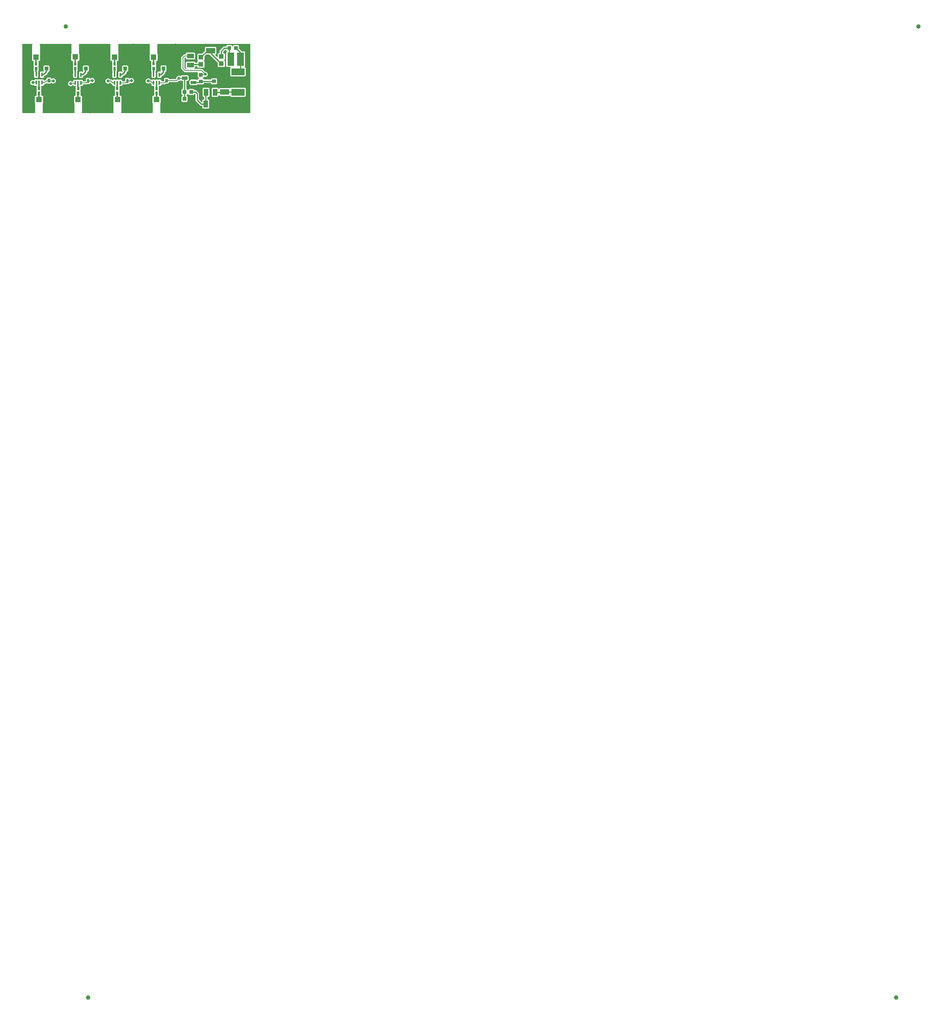
<source format=gtl>
G04 Layer: TopLayer*
G04 EasyEDA v6.4.25, 2021-09-22T10:20:37+05:30*
G04 774fefb5d2d343239ab63bc48f8a28e3,f7b9aed3ca5c4f10b20383f968238e49,10*
G04 Gerber Generator version 0.2*
G04 Scale: 100 percent, Rotated: No, Reflected: No *
G04 Dimensions in inches *
G04 leading zeros omitted , absolute positions ,3 integer and 6 decimal *
%FSLAX36Y36*%
%MOIN*%

%ADD10C,0.0100*%
%ADD11C,0.0080*%
%ADD12C,0.0138*%
%ADD13C,0.0060*%
%ADD14C,0.0250*%
%ADD16R,0.0213X0.0311*%
%ADD17R,0.0472X0.0866*%
%ADD18R,0.0512X0.0512*%
%ADD19R,0.0433X0.0394*%
%ADD20R,0.0610X0.0394*%
%ADD21R,0.0394X0.0610*%
%ADD22R,0.0157X0.0354*%
%ADD23R,0.0340X0.0318*%
%ADD25R,0.0787X0.0492*%
%ADD26C,0.0394*%

%LPD*%
G36*
X13839Y9840D02*
G01*
X12320Y10140D01*
X11020Y11020D01*
X10140Y12320D01*
X9840Y13839D01*
X9840Y615720D01*
X10140Y617260D01*
X11020Y618540D01*
X12320Y619420D01*
X13839Y619720D01*
X93320Y619720D01*
X94840Y619420D01*
X96120Y618580D01*
X96980Y617340D01*
X97320Y615840D01*
X97080Y614320D01*
X95800Y612320D01*
X95640Y611100D01*
X95640Y549060D01*
X95840Y547660D01*
X95840Y535160D01*
X95700Y534060D01*
X95220Y533000D01*
X94460Y530860D01*
X94179Y528360D01*
X94179Y477640D01*
X94460Y475140D01*
X95220Y473000D01*
X96420Y471060D01*
X98040Y469460D01*
X99960Y468240D01*
X102120Y467480D01*
X104600Y467200D01*
X105940Y467200D01*
X107420Y466920D01*
X108699Y466100D01*
X109580Y464860D01*
X109920Y463380D01*
X109700Y461880D01*
X109260Y460580D01*
X108980Y458080D01*
X108980Y427440D01*
X109260Y424940D01*
X110060Y422620D01*
X110280Y421300D01*
X110060Y419980D01*
X109260Y417660D01*
X108980Y415160D01*
X108980Y384520D01*
X109260Y382020D01*
X110000Y379880D01*
X111220Y377939D01*
X111920Y377239D01*
X112780Y375980D01*
X113080Y374480D01*
X113160Y369360D01*
X112820Y367620D01*
X112540Y365120D01*
X112540Y330140D01*
X112820Y327660D01*
X113560Y325500D01*
X114780Y323579D01*
X116400Y321960D01*
X118320Y320740D01*
X120480Y320000D01*
X122960Y319720D01*
X138260Y319720D01*
X140740Y320000D01*
X142900Y320740D01*
X144820Y321960D01*
X146440Y323579D01*
X147660Y325500D01*
X148400Y327660D01*
X148680Y330140D01*
X148680Y365120D01*
X148400Y367620D01*
X147560Y370020D01*
X147340Y371280D01*
X147280Y375120D01*
X147560Y376640D01*
X149600Y379880D01*
X150340Y382020D01*
X150640Y384520D01*
X150640Y415160D01*
X150340Y417660D01*
X149540Y419980D01*
X149320Y421300D01*
X149540Y422620D01*
X150340Y424940D01*
X150640Y427440D01*
X150640Y458080D01*
X150340Y460580D01*
X149900Y461880D01*
X149680Y463380D01*
X150020Y464860D01*
X150900Y466100D01*
X152180Y466920D01*
X153660Y467200D01*
X155340Y467200D01*
X157820Y467480D01*
X159980Y468240D01*
X161900Y469460D01*
X163520Y471060D01*
X164720Y473000D01*
X165479Y475140D01*
X165760Y477640D01*
X165760Y528360D01*
X165479Y530860D01*
X164720Y533000D01*
X164000Y534440D01*
X163840Y535560D01*
X163840Y610040D01*
X164000Y611140D01*
X164440Y612140D01*
X162900Y613600D01*
X162320Y615200D01*
X162460Y616880D01*
X163280Y618360D01*
X164640Y619360D01*
X166280Y619720D01*
X437180Y619720D01*
X438680Y619420D01*
X439960Y618600D01*
X440840Y617340D01*
X441180Y615860D01*
X440740Y613800D01*
X440580Y612580D01*
X440580Y550540D01*
X440780Y549140D01*
X440780Y534720D01*
X440560Y533400D01*
X439840Y531340D01*
X439560Y528860D01*
X439560Y478120D01*
X439840Y475640D01*
X440600Y473480D01*
X441800Y471560D01*
X443420Y469940D01*
X445340Y468740D01*
X447500Y467980D01*
X449980Y467700D01*
X450920Y467700D01*
X452400Y467420D01*
X453680Y466599D01*
X454560Y465360D01*
X454900Y463880D01*
X454680Y462380D01*
X454099Y460680D01*
X453820Y458200D01*
X453820Y427540D01*
X454099Y425060D01*
X454900Y422740D01*
X455140Y421420D01*
X454900Y420100D01*
X454099Y417780D01*
X453820Y415280D01*
X453820Y384620D01*
X454099Y382140D01*
X454840Y379980D01*
X457160Y376540D01*
X457460Y375000D01*
X457440Y369060D01*
X457220Y367740D01*
X456719Y366320D01*
X456440Y363820D01*
X456440Y328840D01*
X456719Y326360D01*
X457460Y324200D01*
X458680Y322280D01*
X460300Y320660D01*
X462220Y319440D01*
X464380Y318700D01*
X466860Y318420D01*
X482160Y318420D01*
X484640Y318700D01*
X486800Y319440D01*
X488720Y320660D01*
X490340Y322280D01*
X491560Y324200D01*
X492299Y326360D01*
X492580Y328840D01*
X492580Y363820D01*
X492299Y366320D01*
X491860Y367560D01*
X491640Y368880D01*
X491659Y374820D01*
X491960Y376360D01*
X493240Y378060D01*
X494440Y379980D01*
X495200Y382140D01*
X495480Y384620D01*
X495480Y415280D01*
X495200Y417780D01*
X494380Y420100D01*
X494159Y421420D01*
X494380Y422740D01*
X495200Y425060D01*
X495480Y427540D01*
X495480Y458200D01*
X495200Y460680D01*
X494600Y462380D01*
X494380Y463880D01*
X494739Y465360D01*
X495620Y466599D01*
X496900Y467420D01*
X498380Y467700D01*
X500720Y467700D01*
X503200Y467980D01*
X505360Y468740D01*
X507280Y469940D01*
X508900Y471560D01*
X510100Y473480D01*
X510860Y475640D01*
X511140Y478120D01*
X511140Y528860D01*
X510860Y531340D01*
X510100Y533500D01*
X509400Y534620D01*
X508940Y535640D01*
X508780Y536760D01*
X508780Y611520D01*
X508940Y612620D01*
X509400Y613640D01*
X508840Y615240D01*
X509000Y616900D01*
X509820Y618380D01*
X511180Y619360D01*
X512819Y619720D01*
X783080Y619720D01*
X784580Y619420D01*
X785860Y618600D01*
X786740Y617340D01*
X787080Y615860D01*
X786840Y614360D01*
X786560Y613600D01*
X786420Y612400D01*
X786420Y550340D01*
X786620Y548940D01*
X786620Y534800D01*
X786380Y533480D01*
X785520Y530980D01*
X785240Y528480D01*
X785240Y477760D01*
X785520Y475260D01*
X786260Y473120D01*
X787480Y471180D01*
X789080Y469580D01*
X791020Y468360D01*
X793160Y467600D01*
X795660Y467320D01*
X797220Y467320D01*
X798720Y467040D01*
X800000Y466220D01*
X800860Y464980D01*
X801220Y463500D01*
X801000Y462000D01*
X800520Y460640D01*
X800240Y458160D01*
X800240Y427500D01*
X800520Y425000D01*
X801340Y422680D01*
X801560Y421360D01*
X801340Y420040D01*
X800520Y417720D01*
X800240Y415240D01*
X800240Y384580D01*
X800520Y382080D01*
X801280Y379940D01*
X802480Y378020D01*
X803660Y376400D01*
X803980Y374860D01*
X803980Y369140D01*
X803760Y367819D01*
X803280Y366500D01*
X803000Y364000D01*
X803000Y329020D01*
X803280Y326540D01*
X804040Y324380D01*
X805260Y322460D01*
X806860Y320840D01*
X808800Y319640D01*
X810939Y318880D01*
X813420Y318600D01*
X828720Y318600D01*
X831220Y318880D01*
X833360Y319640D01*
X835300Y320840D01*
X836900Y322460D01*
X838120Y324380D01*
X838880Y326540D01*
X839160Y329020D01*
X839160Y364000D01*
X838880Y366500D01*
X838400Y367840D01*
X838180Y369159D01*
X838180Y374860D01*
X838480Y376400D01*
X839659Y378020D01*
X840879Y379940D01*
X841620Y382080D01*
X841900Y384580D01*
X841900Y415240D01*
X841620Y417720D01*
X840819Y420040D01*
X840580Y421360D01*
X840819Y422680D01*
X841620Y425000D01*
X841900Y427500D01*
X841900Y458160D01*
X841620Y460640D01*
X841140Y462000D01*
X840920Y463500D01*
X841280Y464980D01*
X842159Y466220D01*
X843439Y467040D01*
X844920Y467320D01*
X846380Y467320D01*
X848880Y467600D01*
X851020Y468360D01*
X852960Y469580D01*
X854560Y471180D01*
X855780Y473120D01*
X856540Y475260D01*
X856820Y477760D01*
X856820Y528480D01*
X856540Y530980D01*
X855780Y533120D01*
X854760Y535020D01*
X854620Y536140D01*
X854620Y611320D01*
X854760Y612440D01*
X855180Y613500D01*
X854560Y615100D01*
X854659Y616800D01*
X855480Y618320D01*
X856840Y619360D01*
X858520Y619720D01*
X1128220Y619720D01*
X1129700Y619420D01*
X1130980Y618600D01*
X1131860Y617340D01*
X1132200Y615860D01*
X1131760Y612980D01*
X1131760Y550940D01*
X1131960Y549540D01*
X1131960Y534600D01*
X1131700Y533200D01*
X1130680Y530420D01*
X1130400Y527960D01*
X1130400Y477239D01*
X1130680Y474739D01*
X1131440Y472600D01*
X1132640Y470660D01*
X1134260Y469060D01*
X1136180Y467840D01*
X1138340Y467100D01*
X1140820Y466820D01*
X1142400Y466820D01*
X1143880Y466520D01*
X1145160Y465700D01*
X1146040Y464460D01*
X1146380Y463000D01*
X1146080Y461260D01*
X1145800Y458760D01*
X1145800Y428100D01*
X1146080Y425620D01*
X1146900Y423300D01*
X1147120Y421980D01*
X1146900Y420660D01*
X1146080Y418340D01*
X1145800Y415840D01*
X1145800Y385180D01*
X1146080Y382700D01*
X1146820Y380580D01*
X1148440Y378100D01*
X1148940Y377040D01*
X1149080Y375860D01*
X1149000Y370360D01*
X1148760Y369099D01*
X1147860Y366520D01*
X1147580Y364020D01*
X1147580Y329040D01*
X1147860Y326560D01*
X1148620Y324400D01*
X1149820Y322480D01*
X1151440Y320860D01*
X1153360Y319660D01*
X1155520Y318900D01*
X1158000Y318620D01*
X1173300Y318620D01*
X1175800Y318900D01*
X1177940Y319660D01*
X1179880Y320860D01*
X1181480Y322480D01*
X1182700Y324400D01*
X1183440Y326560D01*
X1183720Y329040D01*
X1183720Y364020D01*
X1183160Y368080D01*
X1183280Y375080D01*
X1183600Y376580D01*
X1184440Y377840D01*
X1185220Y378620D01*
X1186440Y380540D01*
X1187180Y382700D01*
X1187460Y385180D01*
X1187460Y415840D01*
X1187180Y418340D01*
X1186380Y420660D01*
X1186140Y421980D01*
X1186380Y423300D01*
X1187180Y425620D01*
X1187460Y428100D01*
X1187460Y458760D01*
X1186880Y463000D01*
X1187240Y464460D01*
X1188120Y465700D01*
X1189380Y466520D01*
X1194040Y467100D01*
X1196200Y467840D01*
X1198120Y469060D01*
X1199740Y470660D01*
X1200940Y472600D01*
X1201700Y474739D01*
X1201980Y477239D01*
X1201980Y527960D01*
X1201700Y530460D01*
X1200940Y532600D01*
X1200120Y534240D01*
X1199960Y535340D01*
X1199960Y611920D01*
X1200100Y613000D01*
X1200540Y614020D01*
X1200360Y614780D01*
X1200280Y616220D01*
X1200720Y617600D01*
X1201600Y618720D01*
X1202840Y619460D01*
X1204260Y619720D01*
X2013360Y619720D01*
X2014880Y619420D01*
X2016180Y618540D01*
X2017060Y617260D01*
X2017360Y615720D01*
X2017360Y13839D01*
X2017060Y12320D01*
X2016180Y11020D01*
X2014880Y10140D01*
X2013360Y9840D01*
X1228600Y9840D01*
X1226920Y10220D01*
X1225560Y11240D01*
X1224740Y12760D01*
X1224640Y14460D01*
X1225380Y16480D01*
X1225380Y94160D01*
X1225520Y95220D01*
X1225940Y96199D01*
X1226260Y97899D01*
X1226660Y99060D01*
X1226940Y101540D01*
X1226940Y152280D01*
X1226660Y154760D01*
X1225900Y156920D01*
X1224700Y158840D01*
X1223080Y160460D01*
X1221160Y161660D01*
X1219000Y162420D01*
X1215960Y162700D01*
X1214320Y163039D01*
X1212980Y164040D01*
X1212140Y165479D01*
X1211980Y167140D01*
X1212080Y167979D01*
X1212080Y198640D01*
X1211800Y201140D01*
X1210980Y203460D01*
X1210760Y204780D01*
X1210980Y206100D01*
X1211800Y208420D01*
X1212080Y210900D01*
X1212080Y241560D01*
X1211880Y243299D01*
X1212040Y244960D01*
X1212880Y246420D01*
X1214220Y247399D01*
X1215860Y247760D01*
X1224480Y247760D01*
X1226980Y248039D01*
X1229120Y248780D01*
X1231060Y250000D01*
X1232660Y251600D01*
X1233880Y253540D01*
X1234620Y255660D01*
X1234920Y258860D01*
X1235340Y260260D01*
X1236220Y261420D01*
X1237460Y262200D01*
X1238920Y262460D01*
X1261720Y262460D01*
X1264680Y262780D01*
X1267300Y263620D01*
X1269700Y265020D01*
X1271800Y266840D01*
X1273020Y267580D01*
X1274420Y267820D01*
X1290260Y267820D01*
X1292740Y268100D01*
X1294900Y268860D01*
X1296819Y270080D01*
X1298440Y271680D01*
X1299640Y273620D01*
X1300400Y275760D01*
X1300520Y276820D01*
X1300940Y278220D01*
X1301819Y279360D01*
X1303060Y280120D01*
X1304500Y280380D01*
X1367900Y280380D01*
X1370840Y280680D01*
X1373460Y281540D01*
X1375900Y282940D01*
X1377560Y284360D01*
X1384379Y291180D01*
X1385740Y292080D01*
X1387360Y292340D01*
X1390380Y292220D01*
X1394180Y292700D01*
X1397860Y293840D01*
X1401300Y295560D01*
X1402440Y296400D01*
X1403700Y297020D01*
X1405120Y297180D01*
X1406480Y296820D01*
X1407640Y296020D01*
X1408400Y295260D01*
X1410320Y294040D01*
X1412480Y293280D01*
X1414960Y293000D01*
X1420080Y293000D01*
X1421600Y292700D01*
X1422900Y291840D01*
X1423779Y290540D01*
X1424079Y289000D01*
X1424019Y225700D01*
X1423700Y224100D01*
X1422740Y222780D01*
X1421339Y221940D01*
X1418920Y221080D01*
X1417000Y219880D01*
X1415380Y218260D01*
X1414180Y216340D01*
X1413420Y214180D01*
X1413140Y211700D01*
X1413140Y178120D01*
X1413420Y175640D01*
X1414180Y173480D01*
X1415380Y171560D01*
X1417000Y169940D01*
X1418920Y168740D01*
X1420560Y168160D01*
X1421960Y167320D01*
X1422900Y166000D01*
X1423240Y164400D01*
X1422900Y162800D01*
X1421960Y161460D01*
X1420560Y160620D01*
X1418920Y160040D01*
X1417000Y158840D01*
X1415380Y157220D01*
X1414180Y155300D01*
X1413420Y153140D01*
X1413140Y150660D01*
X1413140Y117080D01*
X1413420Y114600D01*
X1414180Y112440D01*
X1415380Y110520D01*
X1417000Y108900D01*
X1418920Y107700D01*
X1421080Y106940D01*
X1423560Y106660D01*
X1454860Y106660D01*
X1457360Y106940D01*
X1459500Y107700D01*
X1461440Y108900D01*
X1463040Y110520D01*
X1464259Y112440D01*
X1465020Y114600D01*
X1465300Y117080D01*
X1465300Y150660D01*
X1465020Y153140D01*
X1464259Y155300D01*
X1463040Y157220D01*
X1461440Y158840D01*
X1459500Y160040D01*
X1457880Y160620D01*
X1456480Y161460D01*
X1455540Y162800D01*
X1455200Y164400D01*
X1455540Y166000D01*
X1456480Y167320D01*
X1457880Y168160D01*
X1459500Y168740D01*
X1461440Y169940D01*
X1463040Y171560D01*
X1464259Y173480D01*
X1465100Y175880D01*
X1465940Y177280D01*
X1467280Y178220D01*
X1468880Y178560D01*
X1470480Y178220D01*
X1471800Y177280D01*
X1472640Y175880D01*
X1473480Y173480D01*
X1474700Y171560D01*
X1476300Y169940D01*
X1478240Y168740D01*
X1480380Y167979D01*
X1482880Y167700D01*
X1514180Y167700D01*
X1516660Y167979D01*
X1518820Y168740D01*
X1520740Y169940D01*
X1522360Y171560D01*
X1523580Y173480D01*
X1524780Y177160D01*
X1525700Y178320D01*
X1526980Y179060D01*
X1528460Y179280D01*
X1529900Y178960D01*
X1531140Y178120D01*
X1535200Y174060D01*
X1536060Y172760D01*
X1536380Y171220D01*
X1536380Y122280D01*
X1536680Y119120D01*
X1537540Y116260D01*
X1538940Y113640D01*
X1540960Y111199D01*
X1575260Y76900D01*
X1577700Y74880D01*
X1580340Y73480D01*
X1583180Y72620D01*
X1586339Y72300D01*
X1592520Y72300D01*
X1594040Y72000D01*
X1595340Y71140D01*
X1596220Y69840D01*
X1596519Y68300D01*
X1596519Y57220D01*
X1596800Y54720D01*
X1597560Y52580D01*
X1598760Y50660D01*
X1600380Y49040D01*
X1602300Y47820D01*
X1604460Y47080D01*
X1606940Y46800D01*
X1645860Y46800D01*
X1648360Y47080D01*
X1650500Y47820D01*
X1652440Y49040D01*
X1654040Y50660D01*
X1655260Y52580D01*
X1656000Y54720D01*
X1656279Y57220D01*
X1656279Y117800D01*
X1656000Y120280D01*
X1655260Y122440D01*
X1654040Y124360D01*
X1652440Y125980D01*
X1650500Y127180D01*
X1648380Y127920D01*
X1645220Y128240D01*
X1643800Y128640D01*
X1642640Y129540D01*
X1641860Y130780D01*
X1641600Y132220D01*
X1641600Y147160D01*
X1641900Y148680D01*
X1642780Y149980D01*
X1644060Y150840D01*
X1645600Y151160D01*
X1647840Y151160D01*
X1650320Y151440D01*
X1652480Y152180D01*
X1654400Y153400D01*
X1656020Y155000D01*
X1657220Y156940D01*
X1657980Y159080D01*
X1658260Y161580D01*
X1658260Y222160D01*
X1657980Y224640D01*
X1657220Y226780D01*
X1656020Y228720D01*
X1654400Y230320D01*
X1652480Y231540D01*
X1650320Y232300D01*
X1647840Y232580D01*
X1608920Y232580D01*
X1606420Y232300D01*
X1604280Y231540D01*
X1602340Y230320D01*
X1600740Y228720D01*
X1599520Y226780D01*
X1598760Y224640D01*
X1598480Y222160D01*
X1598480Y161580D01*
X1598760Y159080D01*
X1599520Y156940D01*
X1600740Y155000D01*
X1602340Y153400D01*
X1604280Y152180D01*
X1606420Y151440D01*
X1607640Y151300D01*
X1609040Y150880D01*
X1610180Y149980D01*
X1610940Y148740D01*
X1611200Y147320D01*
X1611200Y132220D01*
X1610940Y130780D01*
X1610160Y129540D01*
X1609000Y128640D01*
X1607580Y128240D01*
X1604420Y127920D01*
X1602300Y127180D01*
X1600380Y125980D01*
X1598760Y124360D01*
X1597560Y122440D01*
X1596800Y120280D01*
X1596519Y117800D01*
X1596519Y108280D01*
X1596220Y106760D01*
X1595340Y105460D01*
X1594040Y104580D01*
X1592520Y104280D01*
X1590980Y104580D01*
X1589700Y105460D01*
X1567940Y127200D01*
X1567080Y128500D01*
X1566780Y130040D01*
X1566780Y178980D01*
X1566459Y182140D01*
X1565600Y184980D01*
X1564199Y187620D01*
X1562180Y190060D01*
X1546720Y205520D01*
X1544280Y207540D01*
X1541639Y208939D01*
X1538800Y209800D01*
X1535640Y210120D01*
X1528360Y210120D01*
X1526940Y210380D01*
X1525700Y211119D01*
X1524800Y212280D01*
X1524319Y214180D01*
X1523580Y216340D01*
X1522360Y218260D01*
X1520740Y219880D01*
X1518820Y221080D01*
X1516660Y221840D01*
X1514180Y222120D01*
X1482880Y222120D01*
X1480380Y221840D01*
X1478240Y221080D01*
X1476300Y219880D01*
X1474700Y218260D01*
X1473480Y216340D01*
X1472640Y213939D01*
X1471800Y212540D01*
X1470480Y211600D01*
X1468880Y211260D01*
X1467280Y211600D01*
X1465940Y212540D01*
X1465100Y213939D01*
X1464259Y216340D01*
X1463040Y218260D01*
X1461440Y219880D01*
X1459500Y221080D01*
X1457100Y221920D01*
X1455700Y222780D01*
X1454760Y224100D01*
X1454420Y225700D01*
X1454480Y289020D01*
X1454780Y290540D01*
X1455640Y291840D01*
X1456940Y292700D01*
X1458480Y293000D01*
X1463740Y293000D01*
X1466220Y293280D01*
X1468380Y294040D01*
X1470300Y295260D01*
X1471920Y296860D01*
X1473120Y298800D01*
X1473880Y300940D01*
X1474160Y303440D01*
X1474160Y330540D01*
X1473880Y333040D01*
X1473120Y335180D01*
X1471920Y337120D01*
X1470300Y338720D01*
X1468380Y339940D01*
X1466220Y340680D01*
X1463740Y340959D01*
X1414960Y340959D01*
X1412480Y340680D01*
X1410320Y339940D01*
X1408400Y338720D01*
X1406780Y337120D01*
X1406020Y335880D01*
X1405020Y334799D01*
X1403700Y334159D01*
X1402240Y334020D01*
X1400820Y334440D01*
X1397860Y335920D01*
X1394180Y337060D01*
X1390380Y337540D01*
X1386519Y337380D01*
X1382760Y336580D01*
X1379199Y335140D01*
X1375920Y333120D01*
X1373040Y330580D01*
X1370620Y327580D01*
X1368740Y324219D01*
X1367460Y320600D01*
X1366800Y316800D01*
X1366800Y312620D01*
X1366500Y311100D01*
X1365640Y309800D01*
X1363820Y307960D01*
X1362520Y307080D01*
X1360980Y306780D01*
X1304500Y306780D01*
X1303060Y307040D01*
X1301819Y307800D01*
X1300940Y308940D01*
X1300520Y310340D01*
X1300400Y311400D01*
X1299640Y313540D01*
X1298440Y315480D01*
X1296819Y317080D01*
X1294900Y318300D01*
X1292740Y319060D01*
X1290260Y319340D01*
X1269440Y319340D01*
X1266960Y319060D01*
X1264800Y318300D01*
X1262880Y317080D01*
X1261260Y315480D01*
X1260060Y313540D01*
X1259300Y311400D01*
X1259020Y308900D01*
X1259020Y293080D01*
X1258720Y291540D01*
X1257640Y290040D01*
X1256340Y289180D01*
X1254820Y288860D01*
X1238920Y288860D01*
X1237460Y289140D01*
X1236220Y289900D01*
X1235340Y291080D01*
X1234920Y292480D01*
X1234620Y295680D01*
X1233880Y297800D01*
X1232660Y299720D01*
X1231060Y301340D01*
X1229120Y302560D01*
X1226980Y303300D01*
X1224480Y303580D01*
X1209180Y303580D01*
X1206700Y303300D01*
X1205360Y302840D01*
X1204040Y302620D01*
X1202720Y302840D01*
X1201380Y303300D01*
X1198900Y303580D01*
X1183600Y303580D01*
X1181100Y303300D01*
X1179780Y302840D01*
X1178440Y302620D01*
X1177120Y302840D01*
X1175800Y303300D01*
X1173300Y303580D01*
X1158000Y303580D01*
X1155520Y303300D01*
X1153360Y302560D01*
X1151200Y301200D01*
X1149660Y300620D01*
X1148020Y300720D01*
X1146560Y301460D01*
X1145320Y302460D01*
X1142820Y303760D01*
X1140880Y304320D01*
X1138380Y304580D01*
X1137040Y304980D01*
X1135920Y305800D01*
X1133380Y308440D01*
X1130280Y310720D01*
X1126860Y312460D01*
X1123180Y313580D01*
X1119360Y314080D01*
X1115520Y313920D01*
X1111740Y313100D01*
X1108180Y311660D01*
X1104900Y309660D01*
X1102020Y307100D01*
X1099600Y304120D01*
X1097720Y300760D01*
X1096440Y297120D01*
X1095780Y293340D01*
X1095780Y289480D01*
X1096440Y285700D01*
X1097720Y282060D01*
X1099600Y278700D01*
X1102020Y275720D01*
X1104900Y273180D01*
X1108180Y271160D01*
X1111740Y269720D01*
X1115520Y268920D01*
X1119360Y268740D01*
X1123180Y269240D01*
X1126860Y270360D01*
X1130280Y272100D01*
X1132360Y273640D01*
X1133640Y274260D01*
X1135040Y274400D01*
X1136420Y274040D01*
X1137580Y273240D01*
X1144320Y266460D01*
X1146180Y264860D01*
X1147220Y263500D01*
X1147580Y261820D01*
X1147580Y258180D01*
X1147860Y255680D01*
X1148620Y253540D01*
X1149820Y251600D01*
X1151440Y250000D01*
X1153360Y248780D01*
X1155520Y248039D01*
X1158000Y247760D01*
X1166640Y247760D01*
X1168280Y247399D01*
X1169620Y246420D01*
X1170440Y244960D01*
X1170620Y243299D01*
X1170420Y241560D01*
X1170420Y210900D01*
X1170700Y208420D01*
X1171500Y206100D01*
X1171740Y204780D01*
X1171500Y203460D01*
X1170700Y201140D01*
X1170420Y198640D01*
X1170420Y167979D01*
X1170500Y167140D01*
X1170340Y165479D01*
X1169520Y164040D01*
X1168160Y163039D01*
X1166540Y162700D01*
X1165780Y162700D01*
X1163300Y162420D01*
X1161140Y161660D01*
X1159220Y160460D01*
X1157600Y158840D01*
X1156400Y156920D01*
X1155640Y154760D01*
X1155360Y152280D01*
X1155360Y101540D01*
X1155640Y99060D01*
X1157020Y95600D01*
X1157180Y94500D01*
X1157180Y33180D01*
X1157380Y31780D01*
X1157380Y15680D01*
X1157600Y14620D01*
X1157560Y12880D01*
X1156760Y11299D01*
X1155380Y10220D01*
X1153680Y9840D01*
X883000Y9840D01*
X881300Y10220D01*
X879920Y11279D01*
X879120Y12840D01*
X879060Y14580D01*
X879740Y16180D01*
X880400Y17300D01*
X880400Y92940D01*
X880560Y94040D01*
X881020Y95060D01*
X882099Y96800D01*
X882860Y98960D01*
X883139Y101440D01*
X883139Y152180D01*
X882860Y154660D01*
X882099Y156820D01*
X880900Y158740D01*
X879280Y160360D01*
X877360Y161560D01*
X875200Y162320D01*
X872720Y162600D01*
X870680Y162600D01*
X869060Y162940D01*
X867700Y163939D01*
X866880Y165380D01*
X866720Y167040D01*
X866840Y168120D01*
X866840Y198760D01*
X866540Y201260D01*
X865740Y203580D01*
X865520Y204899D01*
X865740Y206220D01*
X866540Y208540D01*
X866840Y211040D01*
X866840Y241680D01*
X866660Y243280D01*
X866820Y244940D01*
X867640Y246400D01*
X869000Y247380D01*
X870620Y247740D01*
X879920Y247740D01*
X882400Y248020D01*
X884539Y248760D01*
X886480Y249980D01*
X888080Y251580D01*
X889300Y253520D01*
X890040Y255640D01*
X890360Y258840D01*
X890759Y260240D01*
X891640Y261400D01*
X892900Y262180D01*
X894340Y262440D01*
X919120Y262440D01*
X922080Y262760D01*
X924740Y263620D01*
X928340Y265640D01*
X929560Y265840D01*
X945680Y265840D01*
X948160Y266120D01*
X950320Y266880D01*
X952240Y268080D01*
X953860Y269700D01*
X955080Y271620D01*
X955440Y272660D01*
X956260Y274040D01*
X957560Y275000D01*
X959120Y275340D01*
X960699Y275060D01*
X964560Y273500D01*
X968319Y272700D01*
X972180Y272540D01*
X975980Y273020D01*
X979659Y274160D01*
X983100Y275880D01*
X986200Y278180D01*
X988860Y280940D01*
X991020Y284140D01*
X992600Y287640D01*
X993560Y291360D01*
X993900Y295200D01*
X993560Y299040D01*
X992600Y302760D01*
X991020Y306260D01*
X988860Y309460D01*
X986200Y312220D01*
X983100Y314520D01*
X979659Y316240D01*
X975980Y317380D01*
X972180Y317860D01*
X968319Y317700D01*
X964560Y316900D01*
X961000Y315460D01*
X958060Y313640D01*
X956380Y313080D01*
X954620Y313280D01*
X953120Y314220D01*
X952240Y315100D01*
X950320Y316320D01*
X948160Y317060D01*
X945680Y317340D01*
X924860Y317340D01*
X922380Y317060D01*
X920240Y316320D01*
X918300Y315100D01*
X916700Y313480D01*
X915480Y311560D01*
X914720Y309400D01*
X914440Y306920D01*
X914440Y292840D01*
X914140Y291320D01*
X913280Y290020D01*
X911979Y289160D01*
X910440Y288840D01*
X894340Y288840D01*
X892900Y289120D01*
X891640Y289880D01*
X890759Y291060D01*
X890360Y292460D01*
X890040Y295660D01*
X889300Y297780D01*
X888080Y299700D01*
X886480Y301320D01*
X884539Y302540D01*
X882400Y303280D01*
X879920Y303560D01*
X864620Y303560D01*
X862120Y303280D01*
X860780Y302820D01*
X859460Y302600D01*
X858139Y302820D01*
X856800Y303280D01*
X854320Y303560D01*
X839020Y303560D01*
X836540Y303280D01*
X835200Y302820D01*
X833880Y302600D01*
X832560Y302820D01*
X831220Y303280D01*
X828720Y303560D01*
X813420Y303560D01*
X810939Y303280D01*
X808800Y302540D01*
X806860Y301320D01*
X805460Y299900D01*
X804140Y299040D01*
X802620Y298740D01*
X801080Y299040D01*
X799780Y299920D01*
X799120Y300600D01*
X796820Y302460D01*
X794360Y303720D01*
X791660Y304460D01*
X789440Y304640D01*
X784300Y304640D01*
X782740Y304960D01*
X781420Y305880D01*
X778960Y308440D01*
X775860Y310720D01*
X772440Y312460D01*
X768760Y313580D01*
X764940Y314080D01*
X761100Y313920D01*
X757320Y313100D01*
X753760Y311660D01*
X750480Y309660D01*
X747600Y307100D01*
X745180Y304120D01*
X743300Y300760D01*
X742020Y297120D01*
X741360Y293340D01*
X741360Y289480D01*
X742020Y285700D01*
X743300Y282060D01*
X745180Y278700D01*
X747600Y275720D01*
X750480Y273180D01*
X753760Y271160D01*
X757320Y269720D01*
X761100Y268920D01*
X764940Y268740D01*
X768760Y269240D01*
X772440Y270360D01*
X775860Y272100D01*
X778960Y274380D01*
X780540Y276020D01*
X781840Y276920D01*
X783379Y277260D01*
X784940Y276960D01*
X786260Y276080D01*
X795780Y266480D01*
X798080Y264620D01*
X800840Y263200D01*
X801979Y262320D01*
X802740Y261080D01*
X803000Y259640D01*
X803000Y258160D01*
X803280Y255660D01*
X804040Y253520D01*
X805260Y251580D01*
X806860Y249980D01*
X808800Y248760D01*
X810939Y248020D01*
X813420Y247740D01*
X821380Y247740D01*
X823000Y247380D01*
X824360Y246400D01*
X825180Y244940D01*
X825360Y243280D01*
X825180Y241680D01*
X825180Y211040D01*
X825460Y208540D01*
X826260Y206220D01*
X826480Y204899D01*
X826260Y203580D01*
X825460Y201260D01*
X825180Y198760D01*
X825180Y168120D01*
X825300Y167000D01*
X825160Y165440D01*
X824440Y164060D01*
X823259Y163060D01*
X821760Y162580D01*
X819500Y162320D01*
X817340Y161560D01*
X815420Y160360D01*
X813800Y158740D01*
X812600Y156820D01*
X811840Y154660D01*
X811560Y152180D01*
X811560Y101440D01*
X811840Y98960D01*
X812260Y97400D01*
X812200Y96039D01*
X812200Y34000D01*
X812400Y32599D01*
X812400Y16500D01*
X813139Y14460D01*
X813040Y12760D01*
X812240Y11240D01*
X810860Y10220D01*
X809180Y9840D01*
X535660Y9840D01*
X534040Y10180D01*
X532700Y11160D01*
X531860Y12600D01*
X531680Y14260D01*
X532200Y15840D01*
X533300Y17080D01*
X535180Y18000D01*
X535460Y18680D01*
X535460Y96359D01*
X535600Y97460D01*
X536060Y98460D01*
X535800Y100580D01*
X535940Y101840D01*
X535940Y152580D01*
X535660Y155060D01*
X534900Y157220D01*
X533700Y159140D01*
X532080Y160760D01*
X530160Y161960D01*
X528000Y162719D01*
X524980Y163000D01*
X523340Y163340D01*
X522000Y164340D01*
X521180Y165780D01*
X521000Y167440D01*
X521079Y168039D01*
X521079Y198700D01*
X520800Y201180D01*
X519980Y203500D01*
X519760Y204820D01*
X519980Y206140D01*
X520800Y208460D01*
X521079Y210960D01*
X521079Y241600D01*
X520900Y243100D01*
X521060Y244760D01*
X521900Y246220D01*
X523240Y247200D01*
X524880Y247560D01*
X533340Y247560D01*
X535820Y247840D01*
X537980Y248580D01*
X539900Y249800D01*
X541520Y251400D01*
X542740Y253340D01*
X543480Y255460D01*
X543780Y258660D01*
X544180Y260060D01*
X545080Y261220D01*
X546320Y262000D01*
X547760Y262260D01*
X572380Y262260D01*
X575320Y262580D01*
X578000Y263440D01*
X579780Y264420D01*
X580620Y265060D01*
X581760Y265640D01*
X583040Y265860D01*
X599140Y265860D01*
X601620Y266140D01*
X603780Y266880D01*
X605700Y268100D01*
X607320Y269720D01*
X608540Y271640D01*
X609000Y272980D01*
X609940Y274480D01*
X611440Y275440D01*
X613200Y275640D01*
X618580Y273540D01*
X622360Y272740D01*
X626200Y272580D01*
X630020Y273060D01*
X633700Y274200D01*
X637120Y275920D01*
X640220Y278220D01*
X642880Y280980D01*
X645040Y284180D01*
X646620Y287680D01*
X647600Y291400D01*
X647920Y295240D01*
X647600Y299080D01*
X646620Y302800D01*
X645040Y306300D01*
X642880Y309500D01*
X640220Y312260D01*
X637120Y314560D01*
X633700Y316280D01*
X630020Y317420D01*
X626200Y317900D01*
X622360Y317740D01*
X618580Y316940D01*
X615020Y315500D01*
X611720Y313460D01*
X610040Y312880D01*
X608280Y313100D01*
X606780Y314040D01*
X605700Y315120D01*
X603780Y316340D01*
X601620Y317080D01*
X599140Y317360D01*
X578320Y317360D01*
X575840Y317080D01*
X573680Y316340D01*
X571760Y315120D01*
X570140Y313500D01*
X568940Y311580D01*
X568180Y309420D01*
X567900Y306940D01*
X567900Y292660D01*
X567600Y291140D01*
X566740Y289840D01*
X565440Y288980D01*
X563900Y288660D01*
X547760Y288660D01*
X546320Y288940D01*
X545080Y289700D01*
X544180Y290880D01*
X543780Y292280D01*
X543480Y295480D01*
X542740Y297600D01*
X541520Y299520D01*
X539900Y301140D01*
X537980Y302360D01*
X535820Y303100D01*
X533340Y303380D01*
X518040Y303380D01*
X515560Y303100D01*
X514219Y302640D01*
X512900Y302420D01*
X511580Y302640D01*
X510240Y303100D01*
X507740Y303380D01*
X492460Y303380D01*
X489960Y303100D01*
X488620Y302640D01*
X487299Y302420D01*
X485980Y302640D01*
X484640Y303100D01*
X482160Y303380D01*
X466860Y303380D01*
X464380Y303100D01*
X462220Y302360D01*
X460300Y301140D01*
X458680Y299520D01*
X457460Y297600D01*
X456719Y295440D01*
X456440Y292960D01*
X456440Y288780D01*
X456060Y287060D01*
X454980Y285680D01*
X453400Y284900D01*
X451659Y284840D01*
X450060Y285560D01*
X446820Y287940D01*
X443380Y289680D01*
X439700Y290800D01*
X435900Y291300D01*
X432040Y291140D01*
X428280Y290320D01*
X424720Y288880D01*
X421440Y286880D01*
X418560Y284320D01*
X416140Y281340D01*
X414260Y277980D01*
X412980Y274340D01*
X412320Y270560D01*
X412320Y266700D01*
X412980Y262920D01*
X414260Y259280D01*
X416140Y255920D01*
X418560Y252940D01*
X421440Y250400D01*
X424720Y248380D01*
X428280Y246940D01*
X432040Y246140D01*
X435900Y245960D01*
X439700Y246460D01*
X443380Y247580D01*
X446820Y249320D01*
X449920Y251600D01*
X451580Y253340D01*
X452760Y254200D01*
X454159Y254560D01*
X455600Y254420D01*
X456880Y253780D01*
X457860Y252700D01*
X458680Y251400D01*
X460300Y249800D01*
X462220Y248580D01*
X464380Y247840D01*
X466860Y247560D01*
X475600Y247560D01*
X477239Y247200D01*
X478579Y246220D01*
X479420Y244760D01*
X479580Y243100D01*
X479420Y241600D01*
X479420Y210960D01*
X479700Y208460D01*
X480500Y206140D01*
X480740Y204820D01*
X480500Y203500D01*
X479700Y201180D01*
X479420Y198700D01*
X479420Y168039D01*
X479480Y167440D01*
X479320Y165780D01*
X478480Y164340D01*
X477140Y163340D01*
X475500Y163000D01*
X474780Y163000D01*
X472299Y162719D01*
X470140Y161960D01*
X468220Y160760D01*
X466599Y159140D01*
X465400Y157220D01*
X464640Y155060D01*
X464360Y152580D01*
X464360Y101840D01*
X464640Y99360D01*
X465400Y97200D01*
X466640Y95220D01*
X467100Y94200D01*
X467260Y93080D01*
X467260Y35380D01*
X467460Y33980D01*
X467460Y17880D01*
X469240Y15960D01*
X469799Y14360D01*
X469660Y12680D01*
X468840Y11200D01*
X467500Y10200D01*
X465840Y9840D01*
X190420Y9840D01*
X188820Y10180D01*
X187500Y11100D01*
X186640Y12480D01*
X186420Y14100D01*
X186840Y15660D01*
X187860Y16920D01*
X188760Y17740D01*
X188840Y18100D01*
X188840Y93360D01*
X189000Y94460D01*
X189440Y95480D01*
X190360Y96940D01*
X191119Y99080D01*
X191400Y101580D01*
X191400Y152300D01*
X191119Y154800D01*
X190360Y156940D01*
X189140Y158880D01*
X187540Y160479D01*
X185600Y161700D01*
X183460Y162460D01*
X180260Y162740D01*
X178640Y163080D01*
X177280Y164060D01*
X176460Y165520D01*
X176300Y167180D01*
X176380Y167960D01*
X176380Y198619D01*
X176100Y201119D01*
X175280Y203440D01*
X175060Y204760D01*
X175280Y206080D01*
X176100Y208400D01*
X176380Y210880D01*
X176380Y241540D01*
X176060Y244400D01*
X176220Y246060D01*
X177060Y247520D01*
X178400Y248500D01*
X180040Y248860D01*
X189440Y248860D01*
X191920Y249140D01*
X194080Y249880D01*
X196000Y251100D01*
X197620Y252700D01*
X198840Y254640D01*
X199579Y256759D01*
X199880Y259960D01*
X200280Y261360D01*
X201180Y262520D01*
X202420Y263300D01*
X203860Y263560D01*
X205700Y263560D01*
X208660Y263880D01*
X211280Y264720D01*
X213700Y266140D01*
X215360Y267540D01*
X220200Y272380D01*
X221500Y273240D01*
X223039Y273560D01*
X224560Y273240D01*
X225859Y272380D01*
X226340Y271900D01*
X228280Y270680D01*
X230420Y269940D01*
X232920Y269660D01*
X253720Y269660D01*
X256220Y269940D01*
X258359Y270680D01*
X260300Y271900D01*
X263240Y274940D01*
X264840Y275540D01*
X266560Y275420D01*
X268060Y274600D01*
X268620Y274100D01*
X271900Y272100D01*
X275460Y270660D01*
X279220Y269840D01*
X283060Y269680D01*
X286880Y270180D01*
X290560Y271300D01*
X294000Y273040D01*
X297100Y275320D01*
X299760Y278100D01*
X301900Y281280D01*
X303500Y284800D01*
X304460Y288520D01*
X304780Y292340D01*
X304460Y296180D01*
X303500Y299900D01*
X301900Y303420D01*
X299760Y306600D01*
X297100Y309380D01*
X294000Y311660D01*
X290560Y313400D01*
X286880Y314520D01*
X283060Y315020D01*
X279220Y314840D01*
X275460Y314040D01*
X271900Y312600D01*
X269700Y311260D01*
X268020Y310680D01*
X266260Y310900D01*
X264760Y311840D01*
X263820Y313340D01*
X263120Y315380D01*
X261900Y317300D01*
X260300Y318920D01*
X258359Y320120D01*
X256220Y320880D01*
X253720Y321160D01*
X232920Y321160D01*
X230420Y320880D01*
X228280Y320120D01*
X226340Y318920D01*
X224740Y317300D01*
X223520Y315380D01*
X222760Y313220D01*
X222480Y310740D01*
X222480Y309260D01*
X222240Y307840D01*
X221500Y306620D01*
X220400Y305740D01*
X216140Y304380D01*
X213700Y302980D01*
X212060Y301580D01*
X206060Y295580D01*
X204720Y294700D01*
X203140Y294420D01*
X201580Y294780D01*
X200280Y295720D01*
X199460Y297100D01*
X198840Y298900D01*
X197620Y300820D01*
X196000Y302440D01*
X194080Y303660D01*
X191920Y304400D01*
X189440Y304680D01*
X174140Y304680D01*
X171660Y304400D01*
X170320Y303940D01*
X169000Y303720D01*
X167680Y303940D01*
X166340Y304400D01*
X163840Y304680D01*
X148560Y304680D01*
X146060Y304400D01*
X144720Y303940D01*
X143400Y303720D01*
X142080Y303940D01*
X140740Y304400D01*
X138260Y304680D01*
X122960Y304680D01*
X120480Y304400D01*
X118320Y303660D01*
X116400Y302440D01*
X114780Y300820D01*
X114200Y299900D01*
X113200Y298820D01*
X111880Y298160D01*
X110420Y298040D01*
X105140Y299660D01*
X101340Y300160D01*
X97480Y299980D01*
X93720Y299180D01*
X90160Y297740D01*
X86880Y295720D01*
X84000Y293180D01*
X81580Y290200D01*
X79700Y286840D01*
X78420Y283200D01*
X77760Y279420D01*
X77760Y275560D01*
X78420Y271780D01*
X79700Y268140D01*
X81580Y264780D01*
X84000Y261800D01*
X86880Y259240D01*
X90160Y257240D01*
X93720Y255799D01*
X97480Y254980D01*
X101340Y254820D01*
X105140Y255320D01*
X108920Y256460D01*
X110640Y256600D01*
X112260Y256000D01*
X113480Y254780D01*
X114780Y252700D01*
X116400Y251100D01*
X118320Y249880D01*
X120480Y249140D01*
X122960Y248860D01*
X131060Y248860D01*
X132700Y248500D01*
X134060Y247520D01*
X134880Y246060D01*
X135040Y244400D01*
X134720Y241540D01*
X134720Y210880D01*
X135000Y208400D01*
X135820Y206080D01*
X136040Y204760D01*
X135820Y203440D01*
X135000Y201119D01*
X134720Y198619D01*
X134720Y167960D01*
X134820Y167180D01*
X134640Y165520D01*
X133820Y164060D01*
X132460Y163080D01*
X130840Y162740D01*
X127739Y162460D01*
X125600Y161700D01*
X123660Y160479D01*
X122060Y158880D01*
X120840Y156940D01*
X120100Y154800D01*
X119820Y152300D01*
X119820Y101580D01*
X120100Y99080D01*
X120420Y98180D01*
X120640Y96860D01*
X120640Y34800D01*
X120840Y33400D01*
X120840Y17300D01*
X120920Y16920D01*
X121920Y15640D01*
X122360Y14080D01*
X122120Y12480D01*
X121260Y11100D01*
X119940Y10180D01*
X118360Y9840D01*
G37*

%LPC*%
G36*
X1687660Y151160D02*
G01*
X1726579Y151160D01*
X1729060Y151440D01*
X1731220Y152180D01*
X1733140Y153400D01*
X1734760Y155000D01*
X1735960Y156940D01*
X1736720Y159080D01*
X1737020Y161800D01*
X1737460Y163220D01*
X1738400Y164380D01*
X1739680Y165120D01*
X1741480Y165340D01*
X1742920Y165000D01*
X1744139Y164160D01*
X1746080Y162240D01*
X1748000Y161020D01*
X1750160Y160280D01*
X1752640Y160000D01*
X1830940Y160000D01*
X1833420Y160280D01*
X1836940Y161580D01*
X1838360Y161600D01*
X1839700Y161140D01*
X1840800Y160219D01*
X1841699Y158420D01*
X1842920Y156500D01*
X1844520Y154880D01*
X1846459Y153680D01*
X1848600Y152920D01*
X1851100Y152640D01*
X1968760Y152640D01*
X1971260Y152920D01*
X1973400Y153680D01*
X1975340Y154880D01*
X1976940Y156500D01*
X1978160Y158420D01*
X1978899Y160580D01*
X1979199Y163060D01*
X1979199Y221680D01*
X1978899Y224160D01*
X1978160Y226320D01*
X1976940Y228240D01*
X1975340Y229860D01*
X1973400Y231060D01*
X1971260Y231820D01*
X1968760Y232100D01*
X1851100Y232100D01*
X1848600Y231820D01*
X1846459Y231060D01*
X1844540Y229860D01*
X1842580Y227880D01*
X1841480Y227079D01*
X1840180Y226720D01*
X1838839Y226780D01*
X1837600Y227300D01*
X1835580Y228580D01*
X1833420Y229320D01*
X1830940Y229600D01*
X1752640Y229600D01*
X1750160Y229320D01*
X1748000Y228580D01*
X1746080Y227360D01*
X1744460Y225740D01*
X1743660Y224460D01*
X1742640Y223380D01*
X1741300Y222719D01*
X1739820Y222620D01*
X1738400Y223060D01*
X1737240Y223980D01*
X1736500Y225280D01*
X1735960Y226780D01*
X1734760Y228720D01*
X1733140Y230320D01*
X1731220Y231540D01*
X1729060Y232300D01*
X1726579Y232580D01*
X1687660Y232580D01*
X1685160Y232300D01*
X1683020Y231540D01*
X1681080Y230320D01*
X1679480Y228720D01*
X1678260Y226780D01*
X1677500Y224640D01*
X1677220Y222160D01*
X1677220Y161580D01*
X1677500Y159080D01*
X1678260Y156940D01*
X1679480Y155000D01*
X1681080Y153400D01*
X1683020Y152180D01*
X1685160Y151440D01*
G37*
G36*
X1493700Y255600D02*
G01*
X1542460Y255600D01*
X1544960Y255880D01*
X1547100Y256640D01*
X1549040Y257860D01*
X1550640Y259460D01*
X1552820Y263100D01*
X1554139Y264060D01*
X1555740Y264380D01*
X1557180Y264380D01*
X1558300Y264240D01*
X1559319Y263760D01*
X1561660Y262280D01*
X1563800Y261540D01*
X1566300Y261260D01*
X1599860Y261260D01*
X1602340Y261540D01*
X1604500Y262300D01*
X1606420Y263500D01*
X1608040Y265120D01*
X1609259Y267040D01*
X1610000Y269200D01*
X1610160Y270540D01*
X1610580Y271940D01*
X1611459Y273080D01*
X1612700Y273840D01*
X1614139Y274100D01*
X1668460Y274100D01*
X1670060Y273760D01*
X1671380Y272820D01*
X1672220Y271420D01*
X1673080Y269020D01*
X1674280Y267080D01*
X1675900Y265480D01*
X1677820Y264260D01*
X1679980Y263500D01*
X1682460Y263220D01*
X1716040Y263220D01*
X1718520Y263500D01*
X1720660Y264260D01*
X1722600Y265480D01*
X1724199Y267080D01*
X1725420Y269020D01*
X1726180Y271160D01*
X1726459Y273660D01*
X1726459Y304960D01*
X1726180Y307440D01*
X1725420Y309600D01*
X1724199Y311520D01*
X1722600Y313140D01*
X1720660Y314340D01*
X1718520Y315100D01*
X1716040Y315380D01*
X1682460Y315380D01*
X1679980Y315100D01*
X1677820Y314340D01*
X1675900Y313140D01*
X1674280Y311520D01*
X1673080Y309600D01*
X1672220Y307180D01*
X1671380Y305780D01*
X1670060Y304840D01*
X1668460Y304500D01*
X1613180Y304500D01*
X1611579Y304840D01*
X1610260Y305780D01*
X1609259Y307620D01*
X1608040Y309560D01*
X1606420Y311160D01*
X1604500Y312380D01*
X1602100Y313220D01*
X1600700Y314060D01*
X1599760Y315380D01*
X1599420Y316980D01*
X1599760Y318580D01*
X1600700Y319920D01*
X1602100Y320760D01*
X1604500Y321599D01*
X1606420Y322819D01*
X1608040Y324420D01*
X1610000Y327560D01*
X1611100Y328420D01*
X1612420Y328840D01*
X1613820Y328800D01*
X1617600Y327980D01*
X1621440Y327819D01*
X1625260Y328300D01*
X1628940Y329440D01*
X1632380Y331160D01*
X1635480Y333459D01*
X1638140Y336240D01*
X1640300Y339420D01*
X1641879Y342920D01*
X1642840Y346640D01*
X1643180Y350480D01*
X1642840Y354320D01*
X1641879Y358040D01*
X1640300Y361540D01*
X1638140Y364739D01*
X1635480Y367520D01*
X1632380Y369799D01*
X1628940Y371540D01*
X1625260Y372660D01*
X1621440Y373140D01*
X1619800Y373080D01*
X1618180Y373340D01*
X1616800Y374240D01*
X1597200Y393840D01*
X1594740Y395840D01*
X1592100Y397200D01*
X1589180Y397980D01*
X1586860Y398160D01*
X1529540Y398160D01*
X1527880Y398519D01*
X1526500Y399540D01*
X1525700Y401040D01*
X1525580Y402740D01*
X1526180Y404340D01*
X1529000Y407140D01*
X1530220Y409080D01*
X1530960Y411220D01*
X1531240Y413700D01*
X1531240Y418800D01*
X1531540Y420319D01*
X1532420Y421620D01*
X1533720Y422480D01*
X1535240Y422800D01*
X1547220Y422800D01*
X1548660Y422520D01*
X1549900Y421760D01*
X1550800Y420580D01*
X1551200Y419180D01*
X1551519Y416019D01*
X1552260Y413900D01*
X1553460Y411960D01*
X1555080Y410360D01*
X1557000Y409140D01*
X1559160Y408400D01*
X1561639Y408120D01*
X1604500Y408120D01*
X1607000Y408400D01*
X1609139Y409140D01*
X1611080Y410360D01*
X1612680Y411960D01*
X1613899Y413900D01*
X1614640Y416040D01*
X1614920Y418540D01*
X1614920Y457460D01*
X1614640Y459940D01*
X1613899Y462100D01*
X1612680Y464020D01*
X1611080Y465640D01*
X1610320Y466100D01*
X1609160Y467220D01*
X1608540Y468680D01*
X1608540Y470300D01*
X1609160Y471760D01*
X1610320Y472879D01*
X1611080Y473340D01*
X1612680Y474960D01*
X1613899Y476880D01*
X1614640Y479040D01*
X1614920Y481520D01*
X1614920Y509680D01*
X1615240Y511220D01*
X1616100Y512520D01*
X1625940Y522340D01*
X1627340Y523260D01*
X1629000Y523519D01*
X1659480Y523519D01*
X1661020Y523200D01*
X1662320Y522340D01*
X1729220Y455420D01*
X1730100Y454140D01*
X1730400Y452600D01*
X1730400Y424440D01*
X1730680Y421960D01*
X1731440Y419799D01*
X1732640Y417879D01*
X1734259Y416260D01*
X1736180Y415060D01*
X1738340Y414300D01*
X1740820Y414020D01*
X1783680Y414020D01*
X1786180Y414300D01*
X1788320Y415060D01*
X1790260Y416260D01*
X1791860Y417879D01*
X1793080Y419799D01*
X1793820Y421960D01*
X1794100Y424440D01*
X1794100Y463360D01*
X1793820Y465860D01*
X1793080Y468000D01*
X1791860Y469940D01*
X1790260Y471540D01*
X1789500Y472020D01*
X1788340Y473120D01*
X1787720Y474600D01*
X1787720Y476200D01*
X1788340Y477680D01*
X1789500Y478780D01*
X1790260Y479260D01*
X1791860Y480860D01*
X1793080Y482800D01*
X1793820Y484940D01*
X1794100Y487440D01*
X1794100Y526360D01*
X1793820Y528840D01*
X1793080Y531000D01*
X1791860Y532920D01*
X1790260Y534540D01*
X1788320Y535740D01*
X1786180Y536500D01*
X1783680Y536780D01*
X1781500Y536780D01*
X1779960Y537080D01*
X1778680Y537940D01*
X1777800Y539240D01*
X1777500Y540780D01*
X1777500Y545300D01*
X1777800Y546840D01*
X1778660Y548140D01*
X1794940Y564460D01*
X1796240Y565340D01*
X1797780Y565640D01*
X1803180Y565640D01*
X1804620Y565380D01*
X1805860Y564620D01*
X1806740Y563480D01*
X1807220Y561560D01*
X1807980Y559420D01*
X1809180Y557480D01*
X1810720Y555960D01*
X1811579Y554660D01*
X1811900Y553120D01*
X1811579Y551600D01*
X1810720Y550300D01*
X1809100Y548680D01*
X1807900Y546740D01*
X1807140Y544600D01*
X1806860Y542120D01*
X1806860Y424440D01*
X1807140Y421960D01*
X1807900Y419799D01*
X1809100Y417879D01*
X1810720Y416260D01*
X1812640Y415040D01*
X1814800Y414300D01*
X1817280Y414020D01*
X1839300Y414020D01*
X1840960Y413660D01*
X1842320Y412640D01*
X1843140Y411160D01*
X1843260Y409480D01*
X1842700Y407879D01*
X1841699Y406320D01*
X1840960Y404159D01*
X1840680Y401680D01*
X1840680Y343060D01*
X1840960Y340580D01*
X1841699Y338420D01*
X1842920Y336500D01*
X1844520Y334880D01*
X1846459Y333680D01*
X1848600Y332920D01*
X1851100Y332640D01*
X1968760Y332640D01*
X1971260Y332920D01*
X1973400Y333680D01*
X1975340Y334880D01*
X1976940Y336500D01*
X1978160Y338420D01*
X1978899Y340580D01*
X1979199Y343060D01*
X1979199Y401680D01*
X1978899Y404159D01*
X1978160Y406320D01*
X1976940Y408240D01*
X1975340Y409860D01*
X1973400Y411060D01*
X1971080Y411880D01*
X1969840Y412580D01*
X1968920Y413680D01*
X1968460Y415020D01*
X1968480Y416460D01*
X1969019Y417780D01*
X1970280Y419799D01*
X1971040Y421960D01*
X1971320Y424440D01*
X1971320Y542120D01*
X1971040Y544600D01*
X1970280Y546740D01*
X1969079Y548680D01*
X1967460Y550280D01*
X1965540Y551500D01*
X1963380Y552260D01*
X1960900Y552540D01*
X1943779Y552540D01*
X1942260Y552840D01*
X1940960Y553700D01*
X1919580Y575080D01*
X1918700Y576380D01*
X1918400Y577920D01*
X1918400Y597620D01*
X1918120Y600100D01*
X1917380Y602260D01*
X1916160Y604180D01*
X1914540Y605800D01*
X1912620Y607020D01*
X1910460Y607760D01*
X1907980Y608040D01*
X1876680Y608040D01*
X1874180Y607760D01*
X1872040Y607020D01*
X1870100Y605800D01*
X1868500Y604180D01*
X1867280Y602260D01*
X1866440Y599860D01*
X1865600Y598460D01*
X1864280Y597520D01*
X1862680Y597180D01*
X1861080Y597520D01*
X1859740Y598460D01*
X1858899Y599860D01*
X1858060Y602260D01*
X1856840Y604180D01*
X1855240Y605800D01*
X1853300Y607020D01*
X1851160Y607760D01*
X1848660Y608040D01*
X1817360Y608040D01*
X1814880Y607760D01*
X1812720Y607020D01*
X1810800Y605800D01*
X1809180Y604180D01*
X1807980Y602260D01*
X1807220Y600100D01*
X1806740Y598200D01*
X1805860Y597060D01*
X1804620Y596300D01*
X1803200Y596040D01*
X1790000Y596040D01*
X1786840Y595720D01*
X1784000Y594860D01*
X1781360Y593460D01*
X1778920Y591460D01*
X1751660Y564100D01*
X1749680Y561680D01*
X1748280Y559040D01*
X1747420Y556200D01*
X1747100Y553040D01*
X1747100Y540780D01*
X1746800Y539240D01*
X1745920Y537940D01*
X1744640Y537080D01*
X1743100Y536780D01*
X1740820Y536780D01*
X1738340Y536500D01*
X1736180Y535740D01*
X1734259Y534540D01*
X1732640Y532920D01*
X1731440Y531000D01*
X1730680Y528840D01*
X1730400Y526360D01*
X1730400Y506900D01*
X1730100Y505379D01*
X1729220Y504080D01*
X1727940Y503200D01*
X1726399Y502900D01*
X1724880Y503200D01*
X1723580Y504080D01*
X1709900Y517740D01*
X1709019Y519080D01*
X1708740Y520660D01*
X1709100Y522220D01*
X1710040Y523519D01*
X1711980Y524540D01*
X1713920Y525760D01*
X1715520Y527360D01*
X1716740Y529300D01*
X1717480Y531440D01*
X1717780Y533940D01*
X1717780Y582700D01*
X1717480Y585180D01*
X1716740Y587340D01*
X1715520Y589260D01*
X1713920Y590880D01*
X1711980Y592100D01*
X1709840Y592840D01*
X1707340Y593120D01*
X1629060Y593120D01*
X1626560Y592840D01*
X1624420Y592100D01*
X1622480Y590880D01*
X1620880Y589260D01*
X1619660Y587340D01*
X1618920Y585180D01*
X1618640Y582700D01*
X1618640Y559680D01*
X1618320Y558160D01*
X1617460Y556860D01*
X1592640Y532040D01*
X1591339Y531180D01*
X1589820Y530860D01*
X1561639Y530860D01*
X1559160Y530580D01*
X1557000Y529840D01*
X1555080Y528620D01*
X1553460Y527020D01*
X1552260Y525080D01*
X1551500Y522939D01*
X1551220Y520439D01*
X1551220Y481520D01*
X1551500Y479040D01*
X1552260Y476880D01*
X1553460Y474960D01*
X1555080Y473340D01*
X1555820Y472879D01*
X1556980Y471760D01*
X1557620Y470300D01*
X1557620Y468680D01*
X1556980Y467220D01*
X1555820Y466100D01*
X1555080Y465640D01*
X1553460Y464020D01*
X1552260Y462100D01*
X1551519Y459980D01*
X1551200Y456800D01*
X1550800Y455400D01*
X1549920Y454219D01*
X1548660Y453459D01*
X1547220Y453200D01*
X1534480Y453200D01*
X1532880Y453519D01*
X1531540Y454480D01*
X1530700Y455880D01*
X1530220Y457260D01*
X1529000Y459200D01*
X1527380Y460800D01*
X1525460Y462020D01*
X1523300Y462780D01*
X1520820Y463060D01*
X1460240Y463060D01*
X1457760Y462780D01*
X1455600Y462020D01*
X1453680Y460800D01*
X1452060Y459200D01*
X1450860Y457260D01*
X1450100Y455120D01*
X1449820Y452640D01*
X1449820Y413700D01*
X1450100Y411220D01*
X1450860Y409080D01*
X1452060Y407140D01*
X1454000Y405220D01*
X1454940Y403720D01*
X1455140Y401960D01*
X1454580Y400300D01*
X1453000Y398800D01*
X1451740Y398260D01*
X1450400Y398180D01*
X1449100Y398540D01*
X1447980Y399320D01*
X1438959Y408360D01*
X1438100Y409660D01*
X1437780Y411180D01*
X1437780Y490620D01*
X1438100Y492140D01*
X1438959Y493440D01*
X1442040Y496540D01*
X1443340Y497400D01*
X1444880Y497700D01*
X1445820Y497700D01*
X1447360Y497400D01*
X1448640Y496540D01*
X1449520Y495240D01*
X1449820Y493700D01*
X1449820Y492440D01*
X1450100Y489960D01*
X1450860Y487819D01*
X1452060Y485880D01*
X1453680Y484280D01*
X1455600Y483060D01*
X1457760Y482299D01*
X1460240Y482020D01*
X1520820Y482020D01*
X1523300Y482299D01*
X1525460Y483060D01*
X1527380Y484280D01*
X1529000Y485880D01*
X1530220Y487819D01*
X1530960Y489960D01*
X1531240Y492440D01*
X1531240Y531380D01*
X1530960Y533860D01*
X1530220Y536000D01*
X1529000Y537940D01*
X1527380Y539540D01*
X1525460Y540760D01*
X1523300Y541520D01*
X1520820Y541800D01*
X1460240Y541800D01*
X1457760Y541520D01*
X1455600Y540760D01*
X1453680Y539540D01*
X1452060Y537940D01*
X1450860Y536000D01*
X1450100Y533860D01*
X1449820Y531380D01*
X1449820Y530100D01*
X1449520Y528580D01*
X1448640Y527280D01*
X1447360Y526420D01*
X1445820Y526100D01*
X1437540Y526100D01*
X1434400Y525780D01*
X1431579Y524860D01*
X1428959Y523360D01*
X1427180Y521840D01*
X1413700Y508340D01*
X1411699Y505880D01*
X1410360Y503240D01*
X1409560Y500319D01*
X1409379Y498000D01*
X1409379Y403860D01*
X1409720Y400700D01*
X1410640Y397879D01*
X1412140Y395260D01*
X1413660Y393500D01*
X1433080Y374060D01*
X1435560Y372060D01*
X1438200Y370720D01*
X1441120Y369940D01*
X1443440Y369760D01*
X1552260Y369760D01*
X1553880Y369400D01*
X1555240Y368420D01*
X1556060Y366960D01*
X1556220Y365280D01*
X1555860Y362280D01*
X1555860Y331000D01*
X1556140Y328500D01*
X1556900Y326360D01*
X1558120Y324420D01*
X1559720Y322819D01*
X1561660Y321599D01*
X1564040Y320760D01*
X1565440Y319920D01*
X1566399Y318580D01*
X1566720Y316980D01*
X1566399Y315380D01*
X1565440Y314060D01*
X1564040Y313220D01*
X1561660Y312380D01*
X1559720Y311160D01*
X1558120Y309560D01*
X1556900Y307620D01*
X1556140Y305480D01*
X1555940Y303600D01*
X1555500Y302180D01*
X1554580Y301020D01*
X1553280Y300280D01*
X1551819Y300060D01*
X1550360Y300380D01*
X1547100Y302540D01*
X1544960Y303280D01*
X1542460Y303560D01*
X1493700Y303560D01*
X1491220Y303280D01*
X1489060Y302540D01*
X1487140Y301320D01*
X1485520Y299720D01*
X1484319Y297780D01*
X1483560Y295640D01*
X1483280Y293140D01*
X1483280Y266040D01*
X1483560Y263540D01*
X1484319Y261400D01*
X1485520Y259460D01*
X1487140Y257860D01*
X1489060Y256640D01*
X1491220Y255880D01*
G37*
G36*
X518040Y318420D02*
G01*
X533340Y318420D01*
X535820Y318700D01*
X537980Y319440D01*
X539900Y320660D01*
X541520Y322280D01*
X542740Y324200D01*
X543480Y326360D01*
X543760Y329219D01*
X544080Y330800D01*
X544980Y332100D01*
X546340Y332960D01*
X550160Y334440D01*
X555780Y337299D01*
X561060Y340720D01*
X565940Y344680D01*
X570400Y349140D01*
X574360Y354040D01*
X577800Y359320D01*
X580660Y364920D01*
X582920Y370800D01*
X583140Y371659D01*
X583840Y373080D01*
X585060Y374120D01*
X586900Y374640D01*
X589060Y375400D01*
X590980Y376620D01*
X592600Y378220D01*
X593820Y380160D01*
X594560Y382299D01*
X594840Y384799D01*
X594840Y418360D01*
X594560Y420840D01*
X593820Y423000D01*
X592600Y424920D01*
X590980Y426540D01*
X589060Y427740D01*
X586900Y428500D01*
X584420Y428780D01*
X553120Y428780D01*
X550620Y428500D01*
X548480Y427740D01*
X546540Y426540D01*
X544940Y424920D01*
X543720Y423000D01*
X542980Y420840D01*
X542700Y418360D01*
X542700Y384799D01*
X542980Y382299D01*
X543720Y380160D01*
X545980Y376700D01*
X546240Y375080D01*
X545820Y373480D01*
X544780Y372180D01*
X543320Y371420D01*
X541660Y371300D01*
X540120Y371880D01*
X537980Y373220D01*
X535820Y373960D01*
X533340Y374240D01*
X518040Y374240D01*
X515560Y373960D01*
X513400Y373220D01*
X511480Y372000D01*
X509860Y370400D01*
X508640Y368459D01*
X507900Y366320D01*
X507620Y363820D01*
X507620Y328840D01*
X507900Y326360D01*
X508640Y324200D01*
X509860Y322280D01*
X511480Y320660D01*
X513400Y319440D01*
X515560Y318700D01*
G37*
G36*
X864620Y318600D02*
G01*
X879920Y318600D01*
X882400Y318880D01*
X884539Y319640D01*
X886480Y320840D01*
X888080Y322460D01*
X889300Y324380D01*
X890060Y326540D01*
X890340Y329420D01*
X890660Y330980D01*
X891560Y332299D01*
X892900Y333160D01*
X896680Y334600D01*
X902280Y337460D01*
X907560Y340880D01*
X912440Y344840D01*
X916880Y349280D01*
X920840Y354180D01*
X924260Y359440D01*
X927120Y365040D01*
X929380Y370920D01*
X929580Y371659D01*
X930280Y373080D01*
X931480Y374120D01*
X933360Y374640D01*
X935520Y375400D01*
X937440Y376620D01*
X939060Y378220D01*
X940260Y380160D01*
X941020Y382299D01*
X941300Y384799D01*
X941300Y418360D01*
X941020Y420840D01*
X940260Y423000D01*
X939060Y424920D01*
X937440Y426540D01*
X935520Y427740D01*
X933360Y428500D01*
X930879Y428780D01*
X899580Y428780D01*
X897080Y428500D01*
X894940Y427740D01*
X893000Y426540D01*
X891400Y424920D01*
X890180Y423000D01*
X889419Y420840D01*
X889140Y418360D01*
X889140Y384799D01*
X889419Y382299D01*
X890180Y380160D01*
X891540Y377980D01*
X892099Y376560D01*
X892080Y375020D01*
X891480Y373620D01*
X890400Y372540D01*
X888980Y371940D01*
X887460Y371920D01*
X886020Y372460D01*
X884539Y373400D01*
X882400Y374159D01*
X879920Y374440D01*
X864620Y374440D01*
X862120Y374159D01*
X859980Y373400D01*
X858040Y372180D01*
X856440Y370580D01*
X855220Y368640D01*
X854460Y366500D01*
X854180Y364000D01*
X854180Y329020D01*
X854460Y326540D01*
X855220Y324380D01*
X856440Y322460D01*
X858040Y320840D01*
X859980Y319640D01*
X862120Y318880D01*
G37*
G36*
X1209180Y318620D02*
G01*
X1224480Y318620D01*
X1226980Y318900D01*
X1229120Y319660D01*
X1231060Y320860D01*
X1232660Y322480D01*
X1233880Y324400D01*
X1234620Y326560D01*
X1234920Y329040D01*
X1234920Y329880D01*
X1235220Y331420D01*
X1236080Y332720D01*
X1237380Y333579D01*
X1240280Y334780D01*
X1245600Y337720D01*
X1250540Y341220D01*
X1255060Y345260D01*
X1259100Y349799D01*
X1262600Y354739D01*
X1265540Y360040D01*
X1267860Y365640D01*
X1269560Y371620D01*
X1270040Y372960D01*
X1270960Y374040D01*
X1272180Y374739D01*
X1274100Y375400D01*
X1276020Y376620D01*
X1277640Y378220D01*
X1278840Y380160D01*
X1279600Y382299D01*
X1279880Y384799D01*
X1279880Y418360D01*
X1279600Y420840D01*
X1278840Y423000D01*
X1277640Y424920D01*
X1276020Y426540D01*
X1274100Y427740D01*
X1271940Y428500D01*
X1269460Y428780D01*
X1238160Y428780D01*
X1235660Y428500D01*
X1233520Y427740D01*
X1231580Y426540D01*
X1229980Y424920D01*
X1228760Y423000D01*
X1228020Y420840D01*
X1227740Y418360D01*
X1227740Y384799D01*
X1228020Y382299D01*
X1228920Y379720D01*
X1229120Y378140D01*
X1228700Y376599D01*
X1227700Y375340D01*
X1226300Y374580D01*
X1224500Y374460D01*
X1209180Y374460D01*
X1206700Y374180D01*
X1204540Y373420D01*
X1202620Y372200D01*
X1201000Y370600D01*
X1199800Y368660D01*
X1199040Y366520D01*
X1198760Y364020D01*
X1198760Y329040D01*
X1199040Y326560D01*
X1199800Y324400D01*
X1201000Y322480D01*
X1202620Y320860D01*
X1204540Y319660D01*
X1206700Y318900D01*
G37*
G36*
X174140Y319720D02*
G01*
X189440Y319720D01*
X191920Y320000D01*
X194080Y320740D01*
X196000Y321960D01*
X197620Y323579D01*
X198840Y325500D01*
X199579Y327660D01*
X199860Y330700D01*
X200159Y332220D01*
X201040Y333519D01*
X202340Y334400D01*
X206780Y336240D01*
X212440Y339360D01*
X217700Y343100D01*
X222520Y347400D01*
X226840Y352220D01*
X230580Y357500D01*
X233700Y363140D01*
X236160Y369120D01*
X236940Y371760D01*
X237640Y373160D01*
X238840Y374159D01*
X242600Y375400D01*
X244540Y376620D01*
X246140Y378220D01*
X247360Y380160D01*
X248100Y382299D01*
X248380Y384799D01*
X248380Y418360D01*
X248100Y420840D01*
X247360Y423000D01*
X246140Y424920D01*
X244540Y426540D01*
X242600Y427740D01*
X240460Y428500D01*
X237960Y428780D01*
X206660Y428780D01*
X204180Y428500D01*
X202020Y427740D01*
X200100Y426540D01*
X198480Y424920D01*
X197280Y423000D01*
X196520Y420840D01*
X196240Y418360D01*
X196240Y384799D01*
X196520Y382299D01*
X197220Y380300D01*
X197440Y378820D01*
X197100Y377380D01*
X196280Y376140D01*
X195040Y375319D01*
X193600Y374980D01*
X191920Y375260D01*
X189440Y375540D01*
X174140Y375540D01*
X171660Y375260D01*
X169500Y374520D01*
X167580Y373300D01*
X165960Y371700D01*
X164740Y369760D01*
X164000Y367620D01*
X163720Y365120D01*
X163720Y330140D01*
X164000Y327660D01*
X164740Y325500D01*
X165960Y323579D01*
X167580Y321960D01*
X169500Y320740D01*
X171660Y320000D01*
G37*

%LPD*%
D10*
X1931600Y483240D02*
G01*
X1931600Y372340D01*
X1909900Y372340D01*
X1892334Y580835D02*
G01*
X1931588Y541580D01*
X1931588Y483275D01*
X1832999Y580840D02*
G01*
X1832999Y483240D01*
X1762300Y506840D02*
G01*
X1762300Y553240D01*
X1789800Y580840D01*
X1832999Y580840D01*
X1668200Y558319D02*
G01*
X1668200Y537953D01*
X1762255Y443899D01*
X1583076Y500982D02*
G01*
X1640413Y558319D01*
X1668200Y558319D01*
X1490536Y433169D02*
G01*
X1495360Y437992D01*
X1583076Y437992D01*
X1583076Y287328D02*
G01*
X1575336Y279589D01*
X1518089Y279589D01*
X1583076Y287328D02*
G01*
X1585045Y289298D01*
X1699247Y289298D01*
D11*
X1518089Y354389D02*
G01*
X1518089Y322916D01*
X1620486Y350482D02*
G01*
X1587014Y383955D01*
X1443277Y383955D01*
X1423587Y403645D01*
X1423587Y498157D01*
X1437338Y511909D01*
X1490536Y511909D01*
D10*
X1439200Y194940D02*
G01*
X1439299Y316939D01*
X1439213Y194911D02*
G01*
X1439213Y133872D01*
X1498534Y194911D02*
G01*
X1535840Y194911D01*
X1551572Y179179D01*
X1551572Y122078D01*
X1586142Y87507D01*
X1626399Y87507D01*
X1628373Y191867D02*
G01*
X1626399Y189893D01*
X1626399Y87507D01*
X1791790Y194798D02*
G01*
X1788858Y191867D01*
X1707114Y191867D01*
X1909929Y192368D02*
G01*
X1907500Y194798D01*
X1791790Y194798D01*
D11*
X1191241Y346528D02*
G01*
X1191241Y374106D01*
X1208966Y391831D01*
D12*
X500199Y183340D02*
G01*
X500199Y127240D01*
D13*
X1620499Y350440D02*
G01*
X1583099Y350440D01*
X1165700Y275640D02*
G01*
X1153800Y275640D01*
X1138099Y291440D01*
X1118400Y291440D01*
X821100Y275640D02*
G01*
X805300Y275640D01*
X789600Y291440D01*
X764000Y291440D01*
X129884Y277488D02*
G01*
X100368Y277488D01*
D12*
X222308Y388148D02*
G01*
X222308Y401574D01*
X568764Y389403D02*
G01*
X568764Y401574D01*
X915220Y389472D02*
G01*
X915220Y401574D01*
X1253802Y383499D02*
G01*
X1253802Y401574D01*
D13*
X1389400Y314840D02*
G01*
X1439299Y314840D01*
X1279850Y293580D02*
G01*
X1368107Y293580D01*
X1389407Y314880D01*
X181786Y276766D02*
G01*
X205916Y276766D01*
X221501Y292350D01*
X282100Y292350D01*
X625232Y295240D02*
G01*
X621606Y291615D01*
X588732Y291615D01*
X588732Y291615D02*
G01*
X572582Y275466D01*
X525686Y275466D01*
X935275Y291591D02*
G01*
X919331Y275648D01*
X872256Y275648D01*
X971208Y295199D02*
G01*
X967599Y291591D01*
X935275Y291591D01*
X1279850Y293580D02*
G01*
X1261938Y275668D01*
X1216830Y275668D01*
D11*
X1909929Y102368D02*
G01*
X1909929Y51181D01*
X1909929Y287368D02*
G01*
X1822831Y287368D01*
X1705140Y87507D02*
G01*
X1705140Y131941D01*
X1791790Y47157D02*
G01*
X1791790Y91592D01*
X1668200Y410679D02*
G01*
X1668200Y455113D01*
X1699247Y348618D02*
G01*
X1743681Y348618D01*
X1498534Y133872D02*
G01*
X1498534Y89438D01*
X1130080Y69890D02*
G01*
X1085646Y69890D01*
X1252120Y69890D02*
G01*
X1296554Y69890D01*
X1279850Y336500D02*
G01*
X1324284Y336500D01*
X1313121Y401574D02*
G01*
X1357555Y401574D01*
X1227260Y559621D02*
G01*
X1271694Y559621D01*
X1105220Y559621D02*
G01*
X1060786Y559621D01*
X760053Y560140D02*
G01*
X715619Y560140D01*
X882092Y560140D02*
G01*
X926527Y560140D01*
X786280Y69790D02*
G01*
X741846Y69790D01*
X908319Y69790D02*
G01*
X952753Y69790D01*
X935275Y334511D02*
G01*
X964564Y334511D01*
X974540Y401574D02*
G01*
X1003935Y401574D01*
X846666Y346508D02*
G01*
X846666Y374226D01*
X858265Y385826D01*
X588732Y334525D02*
G01*
X588847Y334639D01*
X618110Y334639D01*
X628084Y401574D02*
G01*
X661416Y401574D01*
X500095Y346326D02*
G01*
X500095Y378049D01*
X511810Y389763D01*
X561120Y70194D02*
G01*
X606298Y70194D01*
X439081Y70194D02*
G01*
X393700Y70194D01*
X69001Y560019D02*
G01*
X31496Y560019D01*
X191041Y560019D02*
G01*
X232283Y560019D01*
X281628Y401574D02*
G01*
X314960Y401574D01*
X94532Y69924D02*
G01*
X47244Y69924D01*
X216572Y69924D02*
G01*
X259842Y69924D01*
X156195Y347626D02*
G01*
X157480Y348910D01*
X157480Y385830D01*
X165354Y393700D01*
X243317Y338319D02*
G01*
X261177Y356179D01*
X285260Y356179D01*
D12*
X500099Y275440D02*
G01*
X500199Y226240D01*
X1191200Y183340D02*
G01*
X1191100Y126939D01*
X1191241Y275668D02*
G01*
X1191245Y226236D01*
X845998Y183441D02*
G01*
X845998Y126810D01*
X846700Y275640D02*
G01*
X845999Y226340D01*
X155599Y183340D02*
G01*
X155599Y126939D01*
X156200Y276739D02*
G01*
X155599Y226240D01*
X129800Y399840D02*
G01*
X130599Y347640D01*
X474600Y399940D02*
G01*
X474500Y346340D01*
X821073Y399906D02*
G01*
X821075Y346508D01*
X1166600Y400540D02*
G01*
X1165700Y346539D01*
X1166600Y443440D02*
G01*
X1166200Y502640D01*
X820999Y503140D02*
G01*
X821100Y442840D01*
X475300Y503440D02*
G01*
X474600Y442840D01*
X130000Y503040D02*
G01*
X129800Y442740D01*
D13*
X467671Y268632D02*
G01*
X434928Y268632D01*
G36*
X1269681Y418582D02*
G01*
X1269681Y384565D01*
X1237931Y384565D01*
X1237931Y418582D01*
G37*
G36*
X1297242Y418582D02*
G01*
X1297242Y384565D01*
X1328993Y384565D01*
X1328993Y418582D01*
G37*
G36*
X931100Y418582D02*
G01*
X931100Y384565D01*
X899348Y384565D01*
X899348Y418582D01*
G37*
G36*
X958660Y418582D02*
G01*
X958660Y384565D01*
X990410Y384565D01*
X990410Y418582D01*
G37*
G36*
X584644Y418582D02*
G01*
X584644Y384565D01*
X552892Y384565D01*
X552892Y418582D01*
G37*
G36*
X612204Y418582D02*
G01*
X612204Y384565D01*
X643955Y384565D01*
X643955Y418582D01*
G37*
G36*
X238188Y418582D02*
G01*
X238188Y384565D01*
X206437Y384565D01*
X206437Y418582D01*
G37*
G36*
X265748Y418582D02*
G01*
X265748Y384565D01*
X297499Y384565D01*
X297499Y418582D01*
G37*
G36*
X1269220Y309134D02*
G01*
X1290480Y309134D01*
X1290480Y278027D01*
X1269220Y278027D01*
G37*
D16*
G01*
X1279850Y336500D03*
G36*
X924645Y307145D02*
G01*
X945904Y307145D01*
X945904Y276039D01*
X924645Y276039D01*
G37*
G01*
X935275Y334511D03*
G36*
X578103Y307163D02*
G01*
X599362Y307163D01*
X599362Y276057D01*
X578103Y276057D01*
G37*
G01*
X588732Y334525D03*
G36*
X232688Y310958D02*
G01*
X253948Y310958D01*
X253948Y279852D01*
X232688Y279852D01*
G37*
G01*
X243317Y338320D03*
G36*
X119170Y415394D02*
G01*
X140430Y415394D01*
X140430Y384288D01*
X119170Y384288D01*
G37*
G01*
X129800Y442760D03*
G36*
X1180615Y198870D02*
G01*
X1201875Y198870D01*
X1201875Y167764D01*
X1180615Y167764D01*
G37*
G01*
X1191245Y226236D03*
G36*
X835369Y198994D02*
G01*
X856630Y198994D01*
X856630Y167888D01*
X835369Y167888D01*
G37*
G01*
X845999Y226359D03*
G36*
X489614Y198916D02*
G01*
X510873Y198916D01*
X510873Y167809D01*
X489614Y167809D01*
G37*
G01*
X500243Y226282D03*
G36*
X144920Y198850D02*
G01*
X166181Y198850D01*
X166181Y167744D01*
X144920Y167744D01*
G37*
G01*
X155552Y226210D03*
G36*
X1156003Y416068D02*
G01*
X1177264Y416068D01*
X1177264Y384962D01*
X1156003Y384962D01*
G37*
G01*
X1166633Y443434D03*
G36*
X810443Y415460D02*
G01*
X831703Y415460D01*
X831703Y384354D01*
X810443Y384354D01*
G37*
G01*
X821073Y442826D03*
G36*
X464016Y415506D02*
G01*
X485277Y415506D01*
X485277Y384400D01*
X464016Y384400D01*
G37*
G01*
X474646Y442872D03*
G36*
X1848894Y597843D02*
G01*
X1848894Y563827D01*
X1817143Y563827D01*
X1817143Y597843D01*
G37*
G36*
X1876453Y597843D02*
G01*
X1876453Y563827D01*
X1908205Y563827D01*
X1908205Y597843D01*
G37*
D17*
G01*
X1252120Y69890D03*
D18*
G01*
X1191150Y126910D03*
D17*
G01*
X1130080Y69890D03*
G01*
X908319Y69790D03*
D18*
G01*
X847350Y126810D03*
D17*
G01*
X786280Y69790D03*
G01*
X561120Y70194D03*
D18*
G01*
X500151Y127214D03*
D17*
G01*
X439081Y70194D03*
G01*
X216572Y69924D03*
D18*
G01*
X155602Y126944D03*
D17*
G01*
X94532Y69924D03*
G01*
X1105220Y559621D03*
D18*
G01*
X1166190Y502602D03*
D17*
G01*
X1227260Y559621D03*
G01*
X760053Y560140D03*
D18*
G01*
X821023Y503120D03*
D17*
G01*
X882092Y560140D03*
G01*
X414380Y560510D03*
D18*
G01*
X475350Y503490D03*
D17*
G01*
X536420Y560510D03*
G01*
X69001Y560019D03*
D18*
G01*
X129971Y503000D03*
D17*
G01*
X191041Y560019D03*
D19*
G01*
X1762255Y443899D03*
G01*
X1762255Y506889D03*
G36*
X1961119Y424215D02*
G01*
X1902059Y424215D01*
X1902059Y542335D01*
X1961119Y542335D01*
G37*
G36*
X1876119Y424215D02*
G01*
X1817059Y424215D01*
X1817059Y542335D01*
X1876119Y542335D01*
G37*
G36*
X1850870Y72838D02*
G01*
X1850870Y131898D01*
X1968989Y131898D01*
X1968989Y72838D01*
G37*
G36*
X1850870Y342838D02*
G01*
X1850870Y401898D01*
X1968989Y401898D01*
X1968989Y342838D01*
G37*
G36*
X1850870Y162838D02*
G01*
X1850870Y221898D01*
X1968989Y221898D01*
X1968989Y162838D01*
G37*
G01*
X1583076Y437992D03*
G01*
X1583076Y500982D03*
D20*
G01*
X1490536Y511909D03*
G01*
X1490536Y433169D03*
D21*
G01*
X1628373Y191867D03*
G01*
X1707114Y191867D03*
G01*
X1705140Y87507D03*
G01*
X1626399Y87507D03*
G36*
X1850870Y257838D02*
G01*
X1850870Y316898D01*
X1968989Y316898D01*
X1968989Y257838D01*
G37*
D22*
G01*
X1191241Y346528D03*
G01*
X1165651Y346528D03*
G01*
X1165651Y275668D03*
G01*
X1191241Y275668D03*
G01*
X1216830Y275668D03*
G01*
X1216830Y346528D03*
G01*
X846666Y346508D03*
G01*
X821075Y346508D03*
G01*
X821075Y275648D03*
G01*
X846666Y275648D03*
G01*
X872256Y275648D03*
G01*
X872256Y346508D03*
G01*
X500095Y346326D03*
G01*
X474506Y346326D03*
G01*
X474506Y275466D03*
G01*
X500095Y275466D03*
G01*
X525686Y275466D03*
G01*
X525686Y346326D03*
G01*
X156195Y347626D03*
G01*
X130606Y347626D03*
G01*
X130606Y276766D03*
G01*
X156195Y276766D03*
G01*
X181786Y276766D03*
G01*
X181786Y347626D03*
G36*
X1455094Y150880D02*
G01*
X1455094Y116864D01*
X1423342Y116864D01*
X1423342Y150880D01*
G37*
G36*
X1482653Y150880D02*
G01*
X1482653Y116864D01*
X1514405Y116864D01*
X1514405Y150880D01*
G37*
G36*
X1682239Y305178D02*
G01*
X1716255Y305178D01*
X1716255Y273427D01*
X1682239Y273427D01*
G37*
D23*
G01*
X1699247Y348618D03*
G36*
X1566068Y303209D02*
G01*
X1600084Y303209D01*
X1600084Y271458D01*
X1566068Y271458D01*
G37*
G01*
X1583076Y346649D03*
G36*
X1482653Y177903D02*
G01*
X1482653Y211919D01*
X1514405Y211919D01*
X1514405Y177903D01*
G37*
G36*
X1455094Y177903D02*
G01*
X1455094Y211919D01*
X1423342Y211919D01*
X1423342Y177903D01*
G37*
G36*
X1493483Y293369D02*
G01*
X1542694Y293369D01*
X1542694Y265809D01*
X1493483Y265809D01*
G37*
G36*
X1493483Y368168D02*
G01*
X1542694Y368168D01*
X1542694Y340608D01*
X1493483Y340608D01*
G37*
G36*
X1414743Y330768D02*
G01*
X1463955Y330768D01*
X1463955Y303209D01*
X1414743Y303209D01*
G37*
D25*
G01*
X1791790Y47157D03*
G01*
X1791790Y194798D03*
G01*
X1668200Y410679D03*
G01*
X1668200Y558319D03*
D26*
G01*
X393001Y771652D03*
G01*
X7907593Y771652D03*
G01*
X589852Y-7783678D03*
G01*
X7710743Y-7783678D03*
D12*
G75*
G01*
X157419Y192752D02*
G02*
X157769Y192402I0J-350D01*
G75*
G01*
X181786Y347626D02*
G03*
X222308Y388148I0J40522D01*
G75*
G01*
X525686Y346326D02*
G03*
X568764Y389404I0J43078D01*
G75*
G01*
X872256Y346508D02*
G03*
X915220Y389472I0J42964D01*
G75*
G01*
X1216831Y346528D02*
G03*
X1253802Y383499I0J36971D01*
D13*
G75*
G01*
X130606Y276766D02*
G03*
X129884Y277488I-722J0D01*
G75*
G01*
X474506Y275466D02*
G02*
X467672Y268632I-6834J0D01*
D14*
G01*
X314960Y401574D03*
G01*
X285255Y356176D03*
G01*
X165354Y393700D03*
G01*
X259842Y69924D03*
G01*
X47244Y69924D03*
G01*
X232283Y560019D03*
G01*
X31496Y560019D03*
G01*
X393700Y70194D03*
G01*
X606298Y70194D03*
G01*
X511810Y389763D03*
G01*
X661416Y401574D03*
G01*
X618108Y334645D03*
G01*
X858265Y385826D03*
G01*
X1003935Y401574D03*
G01*
X964564Y334511D03*
G01*
X952753Y69790D03*
G01*
X741846Y69790D03*
G01*
X926527Y560140D03*
G01*
X715619Y560140D03*
G01*
X1060786Y559621D03*
G01*
X1271694Y559621D03*
G01*
X1357555Y401574D03*
G01*
X1324284Y336500D03*
G01*
X1296554Y69890D03*
G01*
X1085646Y69890D03*
G01*
X1498534Y89438D03*
G01*
X1743681Y348618D03*
G01*
X1668200Y455113D03*
G01*
X1791790Y91592D03*
G01*
X1705140Y131941D03*
G01*
X1822831Y287368D03*
G01*
X1909929Y51181D03*
G01*
X282104Y292348D03*
G01*
X1389407Y314880D03*
G01*
X625232Y295240D03*
G01*
X971208Y295199D03*
G01*
X100368Y277488D03*
G01*
X434928Y268632D03*
G01*
X763971Y291412D03*
G01*
X1118391Y291412D03*
G01*
X1620486Y350482D03*
G01*
X1208966Y391831D03*
G01*
X1518089Y322916D03*
G01*
X43340Y497228D03*
G01*
X72890Y470042D03*
G01*
X177694Y470042D03*
G01*
X214729Y492106D03*
G01*
X241916Y525596D03*
G01*
X88650Y426308D03*
G01*
X177694Y428278D03*
G01*
X89832Y382968D03*
G01*
X99288Y350660D03*
G01*
X114260Y228520D03*
G01*
X114654Y193060D03*
G01*
X105198Y157206D03*
G01*
X204092Y156024D03*
G01*
X200152Y193454D03*
G01*
X199758Y236006D03*
G01*
X60282Y132778D03*
G01*
X245856Y130414D03*
G01*
X274618Y102834D03*
G01*
X44916Y30338D03*
G01*
X264374Y30338D03*
G01*
X88256Y314412D03*
G01*
X343174Y334900D03*
G01*
X214729Y450736D03*
G01*
X254918Y452312D03*
G01*
X310471Y444432D03*
G01*
X342779Y364450D03*
G01*
X393211Y31520D03*
G01*
X411730Y141051D03*
G01*
X451129Y155235D03*
G01*
X452311Y194636D03*
G01*
X453888Y231672D03*
G01*
X602820Y19700D03*
G01*
X582725Y143810D03*
G01*
X545689Y182028D03*
G01*
X544901Y219064D03*
G01*
X552782Y243097D03*
G01*
X662707Y356176D03*
G01*
X663890Y451918D03*
G01*
X618974Y453099D03*
G01*
X574846Y454282D03*
G01*
X520868Y428278D03*
G01*
X521655Y467283D03*
G01*
X555145Y497228D03*
G01*
X581938Y529142D03*
G01*
X586272Y566572D03*
G01*
X584302Y600850D03*
G01*
X361298Y600850D03*
G01*
X362874Y565784D03*
G01*
X362874Y520080D03*
G01*
X386514Y482256D03*
G01*
X421579Y467283D03*
G01*
X427096Y425126D03*
G01*
X429460Y377058D03*
G01*
X431430Y340022D03*
G01*
X376664Y289196D03*
G01*
X376269Y351842D03*
G01*
X344356Y423944D03*
G01*
X297470Y538992D03*
G01*
X276194Y504714D03*
G01*
X339627Y491712D03*
G01*
X274618Y232854D03*
G01*
X349478Y234824D03*
G01*
X388877Y201334D03*
G01*
X335293Y159963D03*
G01*
X285255Y182816D03*
G01*
X319534Y206456D03*
G01*
X302986Y128443D03*
G01*
X745841Y136718D03*
G01*
X785242Y148931D03*
G01*
X806518Y200545D03*
G01*
X803759Y237582D03*
G01*
X892410Y227732D03*
G01*
X892410Y186756D03*
G01*
X900684Y149720D03*
G01*
X942842Y135930D03*
G01*
X969240Y104804D03*
G01*
X735203Y28368D03*
G01*
X961754Y34672D03*
G01*
X709200Y598092D03*
G01*
X711564Y515746D03*
G01*
X734416Y479891D03*
G01*
X768694Y457040D03*
G01*
X773422Y424338D03*
G01*
X771452Y387301D03*
G01*
X776574Y347902D03*
G01*
X862860Y418822D03*
G01*
X867981Y462162D03*
G01*
X894380Y485014D03*
G01*
X928658Y518504D03*
G01*
X925506Y602820D03*
G01*
X906988Y449947D03*
G01*
X957026Y457040D03*
G01*
X998002Y449947D03*
G01*
X1020066Y371148D03*
G01*
X953085Y238369D03*
G01*
X1086258Y30338D03*
G01*
X1086258Y107956D03*
G01*
X1101624Y143022D03*
G01*
X1137083Y160358D03*
G01*
X1142206Y201334D03*
G01*
X1143388Y236793D03*
G01*
X1114231Y257282D03*
G01*
X1235584Y238764D03*
G01*
X1235584Y204880D03*
G01*
X1245828Y161934D03*
G01*
X1278530Y136718D03*
G01*
X1304140Y109532D03*
G01*
X1302170Y24428D03*
G01*
X1278135Y240734D03*
G01*
X1365210Y358934D03*
G01*
X1358117Y446795D03*
G01*
X1315171Y456251D03*
G01*
X1290743Y507078D03*
G01*
X1209186Y435370D03*
G01*
X1215884Y468859D03*
G01*
X1261194Y493288D03*
G01*
X1302563Y537809D03*
G01*
X1053949Y595334D03*
G01*
X1056708Y520868D03*
G01*
X1080347Y484619D03*
G01*
X1110292Y468859D03*
G01*
X1124082Y434582D03*
G01*
X1121323Y388090D03*
G01*
X1079954Y365632D03*
G01*
X1050797Y402668D03*
G01*
X1027158Y494076D03*
G01*
X1118960Y354206D03*
G01*
X1274590Y599274D03*
G01*
X1058283Y205273D03*
G01*
X1056313Y261222D03*
G01*
X990122Y206062D03*
G01*
X1047252Y144992D03*
G01*
X711169Y359328D03*
G01*
X709987Y416852D03*
G01*
X663102Y514170D03*
G01*
X640250Y550417D03*
G01*
X612670Y518898D03*
G01*
X678467Y542932D03*
G01*
X1335266Y536233D03*
G01*
X1400275Y537416D03*
G01*
X1369150Y500380D03*
G01*
X1327779Y489347D03*
G01*
X1437311Y594152D03*
G01*
X1390032Y462162D03*
G01*
X1422339Y358540D03*
G01*
X1384910Y137899D03*
G01*
X1334478Y139082D03*
G01*
X1297442Y203304D03*
G01*
X1477894Y241521D03*
G01*
X1528719Y242704D03*
G01*
X1562210Y236006D03*
G01*
X1577576Y149720D03*
G01*
X1382545Y24428D03*
G01*
X1397518Y64221D03*
G01*
X1436918Y29944D03*
G01*
X1520445Y30732D03*
G01*
X1586244Y32308D03*
G01*
X1641798Y27974D03*
G01*
X1695382Y29944D03*
G01*
X1787577Y141840D03*
G01*
X1647707Y250584D03*
G01*
X1824614Y398728D03*
G01*
X1825401Y362874D03*
G01*
X1862832Y27580D03*
G01*
X1969605Y29944D03*
G01*
X1999155Y65404D03*
G01*
X1998368Y109532D03*
G01*
X1995610Y159963D03*
G01*
X1997186Y237582D03*
G01*
X1996398Y367996D03*
G01*
X1995216Y418034D03*
G01*
X1992458Y542932D03*
G01*
X1699716Y605184D03*
G01*
X1637858Y604790D03*
G01*
X1576394Y604790D03*
G01*
X1537782Y573270D03*
G01*
X1477894Y601244D03*
G01*
X1367180Y555934D03*
G01*
X1392790Y423156D03*
G01*
X25216Y602426D03*
G01*
X27186Y462162D03*
G01*
X26004Y419610D03*
G01*
X25610Y374693D03*
G01*
X26004Y318351D03*
G01*
X26004Y267132D03*
G01*
X25216Y214336D03*
G01*
X24822Y156418D03*
G01*
X25610Y100076D03*
G01*
X63040Y185968D03*
G01*
X60282Y252948D03*
G01*
X81164Y223004D03*
G01*
X60282Y362085D03*
G01*
X248220Y178088D03*
G01*
X384150Y159176D03*
G01*
X407396Y233248D03*
G01*
X319140Y92984D03*
G01*
X360116Y57917D03*
G01*
X234430Y605184D03*
G01*
X1358117Y607548D03*
G01*
X985000Y607154D03*
G01*
X643008Y606366D03*
G01*
X289590Y606366D03*
M02*

</source>
